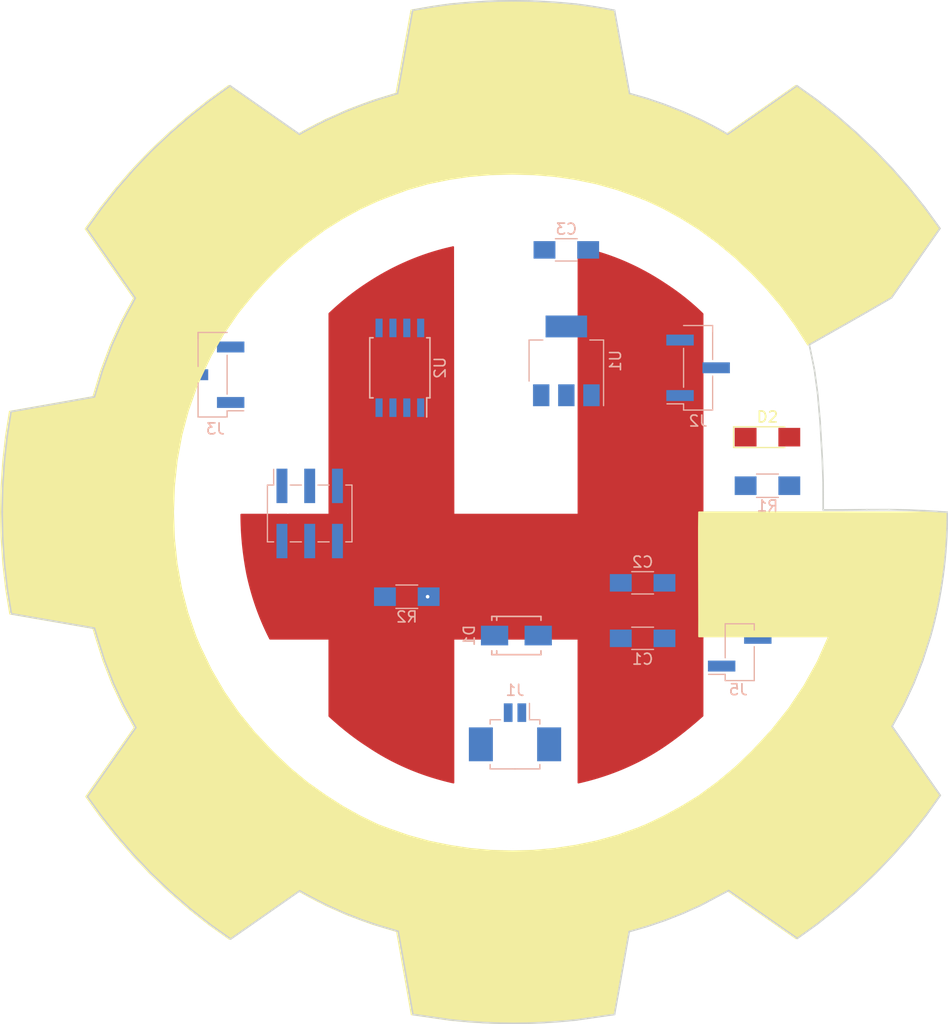
<source format=kicad_pcb>
(kicad_pcb (version 20171130) (host pcbnew 6.0.0-rc1-unknown-eabae68~66~ubuntu16.04.1)

  (general
    (thickness 1.6)
    (drawings 7)
    (tracks 1)
    (zones 0)
    (modules 24)
    (nets 18)
  )

  (page USLetter)
  (title_block
    (title "Project Title")
  )

  (layers
    (0 F.Cu signal)
    (31 B.Cu signal)
    (34 B.Paste user)
    (35 F.Paste user)
    (36 B.SilkS user)
    (37 F.SilkS user)
    (38 B.Mask user)
    (39 F.Mask user)
    (44 Edge.Cuts user)
    (48 B.Fab user)
    (49 F.Fab user hide)
  )

  (setup
    (last_trace_width 0.25)
    (user_trace_width 0.1524)
    (user_trace_width 0.2032)
    (user_trace_width 0.4)
    (user_trace_width 0.5)
    (user_trace_width 0.6096)
    (user_trace_width 0.8)
    (user_trace_width 1)
    (user_trace_width 2)
    (trace_clearance 0.1524)
    (zone_clearance 0.508)
    (zone_45_only yes)
    (trace_min 0.1524)
    (via_size 0.6858)
    (via_drill 0.3302)
    (via_min_size 0.6858)
    (via_min_drill 0.3302)
    (uvia_size 0.762)
    (uvia_drill 0.508)
    (uvias_allowed no)
    (uvia_min_size 0.762)
    (uvia_min_drill 0)
    (edge_width 0.1524)
    (segment_width 0.1524)
    (pcb_text_width 0.1524)
    (pcb_text_size 1.016 1.016)
    (mod_edge_width 0.1524)
    (mod_text_size 1.016 1.016)
    (mod_text_width 0.1524)
    (pad_size 0.9 0.9)
    (pad_drill 0.45)
    (pad_to_mask_clearance 0.0762)
    (solder_mask_min_width 0.1016)
    (pad_to_paste_clearance -0.0762)
    (aux_axis_origin 196.5452 123.5456)
    (visible_elements 7FFFFFFF)
    (pcbplotparams
      (layerselection 0x010f0_80000001)
      (usegerberextensions true)
      (usegerberattributes true)
      (usegerberadvancedattributes false)
      (creategerberjobfile false)
      (excludeedgelayer true)
      (linewidth 0.100000)
      (plotframeref false)
      (viasonmask false)
      (mode 1)
      (useauxorigin false)
      (hpglpennumber 1)
      (hpglpenspeed 20)
      (hpglpendiameter 15.000000)
      (psnegative false)
      (psa4output false)
      (plotreference true)
      (plotvalue true)
      (plotinvisibletext false)
      (padsonsilk false)
      (subtractmaskfromsilk false)
      (outputformat 1)
      (mirror false)
      (drillshape 0)
      (scaleselection 1)
      (outputdirectory "E:/Granabot-Badge/Granabot-Badge-revisado/Hardware/PCBWay/gerbers/"))
  )

  (net 0 "")
  (net 1 VCC)
  (net 2 GND)
  (net 3 +5V)
  (net 4 VBAT)
  (net 5 "Net-(D2-Pad2)")
  (net 6 3-A3)
  (net 7 SCK-2-A1)
  (net 8 MISO-1-PWM)
  (net 9 MOSI-0-PWM)
  (net 10 RESET)
  (net 11 4-A2)
  (net 12 "Net-(LED1-Pad4)")
  (net 13 "Net-(LED2-Pad4)")
  (net 14 "Net-(LED3-Pad4)")
  (net 15 "Net-(LED4-Pad4)")
  (net 16 "Net-(LED5-Pad4)")
  (net 17 "Net-(LED6-Pad4)")

  (net_class Default "This is the default net class."
    (clearance 0.1524)
    (trace_width 0.25)
    (via_dia 0.6858)
    (via_drill 0.3302)
    (uvia_dia 0.762)
    (uvia_drill 0.508)
    (add_net +5V)
    (add_net 3-A3)
    (add_net 4-A2)
    (add_net GND)
    (add_net MISO-1-PWM)
    (add_net MOSI-0-PWM)
    (add_net "Net-(D2-Pad2)")
    (add_net "Net-(LED1-Pad4)")
    (add_net "Net-(LED2-Pad4)")
    (add_net "Net-(LED3-Pad4)")
    (add_net "Net-(LED4-Pad4)")
    (add_net "Net-(LED5-Pad4)")
    (add_net "Net-(LED6-Pad4)")
    (add_net RESET)
    (add_net SCK-2-A1)
    (add_net VBAT)
    (add_net VCC)
  )

  (net_class Power ""
    (clearance 0.1524)
    (trace_width 0.6096)
    (via_dia 0.6858)
    (via_drill 0.3302)
    (uvia_dia 0.762)
    (uvia_drill 0.508)
  )

  (module PCBWay:C_1206_HandSoldering (layer B.Cu) (tedit 58AA84D1) (tstamp 5BD97053)
    (at 146.05 109.855 180)
    (descr "Capacitor SMD 1206, hand soldering")
    (tags "capacitor 1206")
    (path /597E71A3)
    (attr smd)
    (fp_text reference C1 (at 0 -1.905 180) (layer B.SilkS)
      (effects (font (size 1 1) (thickness 0.15)) (justify mirror))
    )
    (fp_text value 4.7uF (at 0 1.905 180) (layer B.Fab)
      (effects (font (size 1 1) (thickness 0.15)) (justify mirror))
    )
    (fp_text user %R (at 0 -1.905 180) (layer B.Fab)
      (effects (font (size 1 1) (thickness 0.15)) (justify mirror))
    )
    (fp_line (start -1.6 -0.8) (end -1.6 0.8) (layer B.Fab) (width 0.1))
    (fp_line (start 1.6 -0.8) (end -1.6 -0.8) (layer B.Fab) (width 0.1))
    (fp_line (start 1.6 0.8) (end 1.6 -0.8) (layer B.Fab) (width 0.1))
    (fp_line (start -1.6 0.8) (end 1.6 0.8) (layer B.Fab) (width 0.1))
    (fp_line (start 1 1.02) (end -1 1.02) (layer B.SilkS) (width 0.12))
    (fp_line (start -1 -1.02) (end 1 -1.02) (layer B.SilkS) (width 0.12))
    (fp_line (start -3.25 1.05) (end 3.25 1.05) (layer B.CrtYd) (width 0.05))
    (fp_line (start -3.25 1.05) (end -3.25 -1.05) (layer B.CrtYd) (width 0.05))
    (fp_line (start 3.25 -1.05) (end 3.25 1.05) (layer B.CrtYd) (width 0.05))
    (fp_line (start 3.25 -1.05) (end -3.25 -1.05) (layer B.CrtYd) (width 0.05))
    (pad 1 smd rect (at -2 0 180) (size 2 1.6) (layers B.Cu B.Paste B.Mask)
      (net 1 VCC))
    (pad 2 smd rect (at 2 0 180) (size 2 1.6) (layers B.Cu B.Paste B.Mask)
      (net 2 GND))
    (model Capacitors_SMD.3dshapes/C_1206.wrl
      (at (xyz 0 0 0))
      (scale (xyz 1 1 1))
      (rotate (xyz 0 0 0))
    )
  )

  (module PCBWay:C_1206_HandSoldering (layer B.Cu) (tedit 58AA84D1) (tstamp 5BD97064)
    (at 146.05 104.775)
    (descr "Capacitor SMD 1206, hand soldering")
    (tags "capacitor 1206")
    (path /5981D4E1)
    (attr smd)
    (fp_text reference C2 (at 0 -1.905) (layer B.SilkS)
      (effects (font (size 1 1) (thickness 0.15)) (justify mirror))
    )
    (fp_text value 4.7uF (at 0 1.905) (layer B.Fab)
      (effects (font (size 1 1) (thickness 0.15)) (justify mirror))
    )
    (fp_line (start 3.25 -1.05) (end -3.25 -1.05) (layer B.CrtYd) (width 0.05))
    (fp_line (start 3.25 -1.05) (end 3.25 1.05) (layer B.CrtYd) (width 0.05))
    (fp_line (start -3.25 1.05) (end -3.25 -1.05) (layer B.CrtYd) (width 0.05))
    (fp_line (start -3.25 1.05) (end 3.25 1.05) (layer B.CrtYd) (width 0.05))
    (fp_line (start -1 -1.02) (end 1 -1.02) (layer B.SilkS) (width 0.12))
    (fp_line (start 1 1.02) (end -1 1.02) (layer B.SilkS) (width 0.12))
    (fp_line (start -1.6 0.8) (end 1.6 0.8) (layer B.Fab) (width 0.1))
    (fp_line (start 1.6 0.8) (end 1.6 -0.8) (layer B.Fab) (width 0.1))
    (fp_line (start 1.6 -0.8) (end -1.6 -0.8) (layer B.Fab) (width 0.1))
    (fp_line (start -1.6 -0.8) (end -1.6 0.8) (layer B.Fab) (width 0.1))
    (fp_text user %R (at 0 -1.905) (layer B.Fab)
      (effects (font (size 1 1) (thickness 0.15)) (justify mirror))
    )
    (pad 2 smd rect (at 2 0) (size 2 1.6) (layers B.Cu B.Paste B.Mask)
      (net 2 GND))
    (pad 1 smd rect (at -2 0) (size 2 1.6) (layers B.Cu B.Paste B.Mask)
      (net 3 +5V))
    (model Capacitors_SMD.3dshapes/C_1206.wrl
      (at (xyz 0 0 0))
      (scale (xyz 1 1 1))
      (rotate (xyz 0 0 0))
    )
  )

  (module PCBWay:C_1206_HandSoldering (layer B.Cu) (tedit 58AA84D1) (tstamp 5BD97075)
    (at 139.065 74.295)
    (descr "Capacitor SMD 1206, hand soldering")
    (tags "capacitor 1206")
    (path /59C7B9C8)
    (attr smd)
    (fp_text reference C3 (at 0 -1.905) (layer B.SilkS)
      (effects (font (size 1 1) (thickness 0.15)) (justify mirror))
    )
    (fp_text value 22nF (at 0 1.905) (layer B.Fab)
      (effects (font (size 1 1) (thickness 0.15)) (justify mirror))
    )
    (fp_text user %R (at 0 -1.905) (layer B.Fab)
      (effects (font (size 1 1) (thickness 0.15)) (justify mirror))
    )
    (fp_line (start -1.6 -0.8) (end -1.6 0.8) (layer B.Fab) (width 0.1))
    (fp_line (start 1.6 -0.8) (end -1.6 -0.8) (layer B.Fab) (width 0.1))
    (fp_line (start 1.6 0.8) (end 1.6 -0.8) (layer B.Fab) (width 0.1))
    (fp_line (start -1.6 0.8) (end 1.6 0.8) (layer B.Fab) (width 0.1))
    (fp_line (start 1 1.02) (end -1 1.02) (layer B.SilkS) (width 0.12))
    (fp_line (start -1 -1.02) (end 1 -1.02) (layer B.SilkS) (width 0.12))
    (fp_line (start -3.25 1.05) (end 3.25 1.05) (layer B.CrtYd) (width 0.05))
    (fp_line (start -3.25 1.05) (end -3.25 -1.05) (layer B.CrtYd) (width 0.05))
    (fp_line (start 3.25 -1.05) (end 3.25 1.05) (layer B.CrtYd) (width 0.05))
    (fp_line (start 3.25 -1.05) (end -3.25 -1.05) (layer B.CrtYd) (width 0.05))
    (pad 1 smd rect (at -2 0) (size 2 1.6) (layers B.Cu B.Paste B.Mask)
      (net 3 +5V))
    (pad 2 smd rect (at 2 0) (size 2 1.6) (layers B.Cu B.Paste B.Mask)
      (net 2 GND))
    (model Capacitors_SMD.3dshapes/C_1206.wrl
      (at (xyz 0 0 0))
      (scale (xyz 1 1 1))
      (rotate (xyz 0 0 0))
    )
  )

  (module PCBWay:H_CapSense (layer F.Cu) (tedit 5BD87767) (tstamp 5BD9707C)
    (at 130.429 98.552)
    (descr "Imported from HG.svg")
    (tags svg2mod)
    (path /5BD9F1DA)
    (attr smd)
    (fp_text reference CAP1 (at 0 -27.566605) (layer F.SilkS) hide
      (effects (font (size 1.524 1.524) (thickness 0.3048)))
    )
    (fp_text value HG_CAPSENSE (at 0 27.566605) (layer F.SilkS) hide
      (effects (font (size 1.524 1.524) (thickness 0.3048)))
    )
    (fp_poly (pts (xy 21.112819 11.346745) (xy 21.112819 11.567035) (xy 21.112819 11.787335) (xy 21.112819 12.007625)
      (xy 21.112819 12.227915) (xy 21.112819 12.448205) (xy 21.112819 12.668505) (xy 21.112819 12.888795)
      (xy 21.112819 13.109085) (xy 21.112819 13.329385) (xy 21.112819 13.549675) (xy 21.112819 13.769965)
      (xy 21.112819 13.990255) (xy 21.112819 14.210555) (xy 21.112819 14.430845) (xy 21.112819 14.651135)
      (xy 21.112819 14.871435) (xy 21.112819 15.091725) (xy 21.112819 15.312015) (xy 21.112819 15.532305)
      (xy 21.112819 15.752605) (xy 21.112819 15.972895) (xy 21.112819 16.193185) (xy 21.112819 16.413475)
      (xy 21.112819 16.633775) (xy 21.112819 16.854065) (xy 21.112819 17.074355) (xy 21.112819 17.294655)
      (xy 21.112819 17.514945) (xy 21.112819 17.735235) (xy 21.112819 17.955525) (xy 21.112819 18.175825)
      (xy 21.112819 18.396115) (xy 21.000605 18.495715) (xy 20.888608 18.594415) (xy 20.776828 18.692315)
      (xy 20.665266 18.789315) (xy 20.553922 18.885415) (xy 20.442795 18.980615) (xy 20.331886 19.074915)
      (xy 20.221195 19.168415) (xy 20.110723 19.261015) (xy 20.000468 19.352715) (xy 19.890431 19.443515)
      (xy 19.780613 19.533515) (xy 19.671014 19.622615) (xy 19.561632 19.710815) (xy 19.45247 19.798115)
      (xy 19.343526 19.884615) (xy 19.234802 19.970215) (xy 19.126296 20.054915) (xy 19.018009 20.138715)
      (xy 18.909941 20.221615) (xy 18.802093 20.303715) (xy 18.694464 20.384915) (xy 18.587055 20.465215)
      (xy 18.479865 20.544615) (xy 18.372895 20.623115) (xy 18.266144 20.700815) (xy 18.159614 20.777615)
      (xy 18.053304 20.853515) (xy 17.947213 20.928515) (xy 17.841343 21.002615) (xy 17.735693 21.075915)
      (xy 17.630264 21.148315) (xy 17.409982 21.296125) (xy 17.188002 21.441205) (xy 16.964323 21.583535)
      (xy 16.738946 21.723125) (xy 16.51187 21.859965) (xy 16.283095 21.994075) (xy 16.052622 22.125435)
      (xy 15.820449 22.254065) (xy 15.586577 22.379945) (xy 15.351007 22.503085) (xy 15.113736 22.623475)
      (xy 14.874767 22.741135) (xy 14.634098 22.856055) (xy 14.391729 22.968225) (xy 14.14766 23.077655)
      (xy 13.901892 23.184345) (xy 13.654424 23.288295) (xy 13.405256 23.389505) (xy 13.154388 23.488005)
      (xy 12.901819 23.583705) (xy 12.64755 23.676705) (xy 12.391581 23.766905) (xy 12.133911 23.854405)
      (xy 11.874541 23.939205) (xy 11.61347 24.021205) (xy 11.350697 24.100505) (xy 11.086225 24.177005)
      (xy 10.820051 24.250805) (xy 10.552175 24.321905) (xy 10.282599 24.390205) (xy 10.011321 24.455805)
      (xy 9.738342 24.518605) (xy 9.738342 24.106965) (xy 9.738342 23.695325) (xy 9.738342 23.283685)
      (xy 9.738342 22.872045) (xy 9.738342 22.460405) (xy 9.738342 22.048765) (xy 9.738342 21.637125)
      (xy 9.738342 21.225485) (xy 9.738342 20.813835) (xy 9.738342 20.402195) (xy 9.738342 19.990555)
      (xy 9.738342 19.578915) (xy 9.738342 19.167275) (xy 9.738342 18.755635) (xy 9.738342 18.343995)
      (xy 9.738342 17.932355) (xy 9.738342 17.520715) (xy 9.738342 17.109075) (xy 9.738342 16.697435)
      (xy 9.738342 16.285795) (xy 9.738342 15.874155) (xy 9.738342 15.462515) (xy 9.738342 15.050875)
      (xy 9.738342 14.639235) (xy 9.738342 14.227585) (xy 9.738342 13.815945) (xy 9.738342 13.404305)
      (xy 9.738342 12.992665) (xy 9.738342 12.581025) (xy 9.738342 12.169385) (xy 9.738342 11.757745)
      (xy 9.738342 11.346105) (xy 9.381134 11.346105) (xy 9.023926 11.346105) (xy 8.666718 11.346105)
      (xy 8.309511 11.346105) (xy 7.952303 11.346105) (xy 7.595095 11.346105) (xy 7.237887 11.346105)
      (xy 6.880679 11.346105) (xy 6.523471 11.346105) (xy 6.166264 11.346105) (xy 5.809056 11.346105)
      (xy 5.451848 11.346105) (xy 5.09464 11.346105) (xy 4.737432 11.346105) (xy 4.380224 11.346105)
      (xy 4.023016 11.346105) (xy 3.665809 11.346105) (xy 3.308601 11.346105) (xy 2.951393 11.346105)
      (xy 2.594185 11.346105) (xy 2.236977 11.346105) (xy 1.879769 11.346105) (xy 1.522562 11.346105)
      (xy 1.165354 11.346105) (xy 0.808146 11.346105) (xy 0.450938 11.346105) (xy 0.09373 11.346105)
      (xy -0.263478 11.346105) (xy -0.620685 11.346105) (xy -0.977893 11.346105) (xy -1.335101 11.346105)
      (xy -1.692309 11.346105) (xy -1.692309 11.757725) (xy -1.692309 12.169355) (xy -1.692309 12.580975)
      (xy -1.692309 12.992595) (xy -1.692309 13.404215) (xy -1.692309 13.815845) (xy -1.692309 14.227465)
      (xy -1.692309 14.639085) (xy -1.692309 15.050715) (xy -1.692309 15.462335) (xy -1.692309 15.873955)
      (xy -1.692309 16.285575) (xy -1.692309 16.697205) (xy -1.692309 17.108825) (xy -1.692309 17.520445)
      (xy -1.692309 17.932075) (xy -1.692309 18.343695) (xy -1.692309 18.755315) (xy -1.692309 19.166935)
      (xy -1.692309 19.578565) (xy -1.692309 19.990185) (xy -1.692309 20.401805) (xy -1.692309 20.813425)
      (xy -1.692309 21.225055) (xy -1.692309 21.636675) (xy -1.692309 22.048295) (xy -1.692309 22.459925)
      (xy -1.692309 22.871545) (xy -1.692309 23.283165) (xy -1.692309 23.694785) (xy -1.692309 24.106415)
      (xy -1.692309 24.518035) (xy -1.965288 24.455235) (xy -2.236566 24.389635) (xy -2.506142 24.321335)
      (xy -2.774017 24.250235) (xy -3.040191 24.176435) (xy -3.304664 24.099935) (xy -3.567436 24.020635)
      (xy -3.828508 23.938635) (xy -4.087878 23.853835) (xy -4.345548 23.766335) (xy -4.601517 23.676135)
      (xy -4.855786 23.583135) (xy -5.108354 23.487435) (xy -5.359223 23.388935) (xy -5.608391 23.287725)
      (xy -5.855859 23.183785) (xy -6.101627 23.077085) (xy -6.345696 22.967655) (xy -6.588064 22.855485)
      (xy -6.828733 22.740575) (xy -7.067703 22.622915) (xy -7.304973 22.502515) (xy -7.540544 22.379375)
      (xy -7.774416 22.253495) (xy -8.006588 22.124875) (xy -8.237062 21.993505) (xy -8.465837 21.859405)
      (xy -8.692913 21.722555) (xy -8.91829 21.582965) (xy -9.141969 21.440635) (xy -9.363949 21.295555)
      (xy -9.584231 21.147745) (xy -9.691344 21.078745) (xy -9.798569 21.008745) (xy -9.905905 20.937645)
      (xy -10.013353 20.865545) (xy -10.120913 20.792445) (xy -10.228583 20.718245) (xy -10.336366 20.643045)
      (xy -10.444259 20.566745) (xy -10.552263 20.489445) (xy -10.660379 20.411045) (xy -10.768605 20.331645)
      (xy -10.876942 20.251245) (xy -10.98539 20.169745) (xy -11.093948 20.087245) (xy -11.202617 20.003645)
      (xy -11.311396 19.919045) (xy -11.420286 19.833345) (xy -11.529285 19.746645) (xy -11.638395 19.658945)
      (xy -11.747615 19.570145) (xy -11.856944 19.480345) (xy -11.966383 19.389445) (xy -12.075932 19.297545)
      (xy -12.18559 19.204645) (xy -12.295358 19.110645) (xy -12.405235 19.015645) (xy -12.515222 18.919545)
      (xy -12.625317 18.822445) (xy -12.735521 18.724245) (xy -12.845835 18.625045) (xy -12.956257 18.524815)
      (xy -13.066788 18.423545) (xy -13.066788 18.202375) (xy -13.066788 17.981205) (xy -13.066788 17.760035)
      (xy -13.066788 17.538865) (xy -13.066788 17.317695) (xy -13.066788 17.096525) (xy -13.066788 16.875355)
      (xy -13.066788 16.654185) (xy -13.066788 16.433015) (xy -13.066788 16.211845) (xy -13.066788 15.990675)
      (xy -13.066788 15.769505) (xy -13.066788 15.548335) (xy -13.066788 15.327165) (xy -13.066788 15.105995)
      (xy -13.066788 14.884815) (xy -13.066788 14.663645) (xy -13.066788 14.442475) (xy -13.066788 14.221305)
      (xy -13.066788 14.000135) (xy -13.066788 13.778965) (xy -13.066788 13.557795) (xy -13.066788 13.336625)
      (xy -13.066788 13.115455) (xy -13.066788 12.894285) (xy -13.066788 12.673115) (xy -13.066788 12.451945)
      (xy -13.066788 12.230775) (xy -13.066788 12.009605) (xy -13.066788 11.788435) (xy -13.066788 11.567265)
      (xy -13.066788 11.346095) (xy -13.236176 11.346095) (xy -13.405565 11.346095) (xy -13.574953 11.346095)
      (xy -13.744342 11.346095) (xy -13.91373 11.346095) (xy -14.083119 11.346095) (xy -14.252507 11.346095)
      (xy -14.421896 11.346095) (xy -14.591284 11.346095) (xy -14.760672 11.346095) (xy -14.930061 11.346095)
      (xy -15.099449 11.346095) (xy -15.268838 11.346095) (xy -15.438226 11.346095) (xy -15.607615 11.346095)
      (xy -15.777003 11.346095) (xy -15.946391 11.346095) (xy -16.11578 11.346095) (xy -16.285168 11.346095)
      (xy -16.454557 11.346095) (xy -16.623945 11.346095) (xy -16.793334 11.346095) (xy -16.962722 11.346095)
      (xy -17.132111 11.346095) (xy -17.301499 11.346095) (xy -17.470887 11.346095) (xy -17.640276 11.346095)
      (xy -17.809664 11.346095) (xy -17.979053 11.346095) (xy -18.148441 11.346095) (xy -18.31783 11.346095)
      (xy -18.487218 11.346095) (xy -18.575998 11.171935) (xy -18.663298 10.997005) (xy -18.749118 10.821315)
      (xy -18.833458 10.644855) (xy -18.916318 10.467625) (xy -18.997698 10.289635) (xy -19.077588 10.110865)
      (xy -19.155998 9.931335) (xy -19.232928 9.751045) (xy -19.308378 9.569975) (xy -19.382348 9.388145)
      (xy -19.454838 9.205535) (xy -19.525848 9.022165) (xy -19.595378 8.838035) (xy -19.663428 8.653125)
      (xy -19.729998 8.467445) (xy -19.795078 8.281005) (xy -19.858678 8.093795) (xy -19.920798 7.905815)
      (xy -19.981438 7.717065) (xy -20.040598 7.527545) (xy -20.098278 7.337255) (xy -20.154478 7.146195)
      (xy -20.209198 6.954375) (xy -20.262428 6.761775) (xy -20.314178 6.568415) (xy -20.364448 6.374275)
      (xy -20.413238 6.179375) (xy -20.460548 5.983695) (xy -20.506378 5.787255) (xy -20.550728 5.590035)
      (xy -20.593598 5.392055) (xy -20.626408 5.220105) (xy -20.658178 5.048315) (xy -20.688908 4.876695)
      (xy -20.718598 4.705245) (xy -20.747248 4.533955) (xy -20.774858 4.362835) (xy -20.801428 4.191885)
      (xy -20.826958 4.021095) (xy -20.851448 3.850475) (xy -20.874898 3.680025) (xy -20.897308 3.509735)
      (xy -20.918678 3.339615) (xy -20.938998 3.169655) (xy -20.958278 2.999865) (xy -20.976518 2.830245)
      (xy -20.993718 2.660775) (xy -21.009878 2.491485) (xy -21.024998 2.322345) (xy -21.039078 2.153375)
      (xy -21.052108 1.984575) (xy -21.064098 1.815935) (xy -21.075048 1.647455) (xy -21.084948 1.479135)
      (xy -21.093848 1.310985) (xy -21.101648 1.142995) (xy -21.108448 0.975175) (xy -21.114148 0.807505)
      (xy -21.118848 0.640005) (xy -21.122548 0.472665) (xy -21.125148 0.305485) (xy -21.126748 0.138475)
      (xy -21.12727 -0.028385) (xy -20.995621 -0.028385) (xy -20.863972 -0.028385) (xy -20.732323 -0.028385)
      (xy -20.600674 -0.028385) (xy -20.469025 -0.028385) (xy -20.337376 -0.028385) (xy -20.205727 -0.028385)
      (xy -20.074078 -0.028385) (xy -19.942429 -0.028385) (xy -19.81078 -0.028385) (xy -19.679131 -0.028385)
      (xy -19.547482 -0.028385) (xy -19.415833 -0.028385) (xy -19.284184 -0.028385) (xy -19.152535 -0.028385)
      (xy -19.020886 -0.028385) (xy -18.889236 -0.028385) (xy -18.757587 -0.028385) (xy -18.625938 -0.028385)
      (xy -18.494289 -0.028385) (xy -18.36264 -0.028385) (xy -18.230991 -0.028385) (xy -18.099342 -0.028385)
      (xy -17.967693 -0.028385) (xy -17.836044 -0.028385) (xy -17.704395 -0.028385) (xy -17.572746 -0.028385)
      (xy -17.441097 -0.028385) (xy -17.309448 -0.028385) (xy -17.177799 -0.028385) (xy -17.04615 -0.028385)
      (xy -16.914501 -0.028385) (xy -16.912701 -0.025385) (xy -16.910901 -0.022385) (xy -16.909101 -0.019385)
      (xy -16.907301 -0.016385) (xy -16.905501 -0.013385) (xy -16.903701 -0.010385) (xy -16.901901 -0.007385)
      (xy -16.900101 -0.004385) (xy -16.898301 -0.001385) (xy -16.896501 0.001615) (xy -16.894701 0.004615)
      (xy -16.892901 0.007615) (xy -16.891101 0.010615) (xy -16.889301 0.013615) (xy -16.887501 0.016615)
      (xy -16.885701 0.019615) (xy -16.883901 0.022615) (xy -16.882101 0.025615) (xy -16.880301 0.028615)
      (xy -16.878501 0.031615) (xy -16.876701 0.034615) (xy -16.874901 0.037615) (xy -16.873101 0.040615)
      (xy -16.871301 0.043615) (xy -16.869501 0.046615) (xy -16.867701 0.049615) (xy -16.865901 0.052615)
      (xy -16.864101 0.055615) (xy -16.862301 0.058615) (xy -16.860501 0.061615) (xy -16.858701 0.064615)
      (xy -16.856901 0.067615) (xy -16.855101 0.064615) (xy -16.853301 0.061615) (xy -16.851501 0.058615)
      (xy -16.849701 0.055615) (xy -16.847901 0.052615) (xy -16.846101 0.049615) (xy -16.844301 0.046615)
      (xy -16.842501 0.043615) (xy -16.840701 0.040615) (xy -16.838901 0.037615) (xy -16.837101 0.034615)
      (xy -16.835301 0.031615) (xy -16.833501 0.028615) (xy -16.831701 0.025615) (xy -16.829901 0.022615)
      (xy -16.828101 0.019615) (xy -16.826301 0.016615) (xy -16.824501 0.013615) (xy -16.822701 0.010615)
      (xy -16.820901 0.007615) (xy -16.819101 0.004615) (xy -16.817301 0.001615) (xy -16.815501 -0.001385)
      (xy -16.813701 -0.004385) (xy -16.811901 -0.007385) (xy -16.810101 -0.010385) (xy -16.808301 -0.013385)
      (xy -16.806501 -0.016385) (xy -16.804701 -0.019385) (xy -16.802901 -0.022385) (xy -16.801101 -0.025385)
      (xy -16.799301 -0.028385) (xy -16.682572 -0.028385) (xy -16.565843 -0.028385) (xy -16.449115 -0.028385)
      (xy -16.332386 -0.028385) (xy -16.215657 -0.028385) (xy -16.098928 -0.028385) (xy -15.982199 -0.028385)
      (xy -15.865471 -0.028385) (xy -15.748742 -0.028385) (xy -15.632013 -0.028385) (xy -15.515284 -0.028385)
      (xy -15.398555 -0.028385) (xy -15.281826 -0.028385) (xy -15.165098 -0.028385) (xy -15.048369 -0.028385)
      (xy -14.93164 -0.028385) (xy -14.814911 -0.028385) (xy -14.698182 -0.028385) (xy -14.581454 -0.028385)
      (xy -14.464725 -0.028385) (xy -14.347996 -0.028385) (xy -14.231267 -0.028385) (xy -14.114538 -0.028385)
      (xy -13.99781 -0.028385) (xy -13.881081 -0.028385) (xy -13.764352 -0.028385) (xy -13.647623 -0.028385)
      (xy -13.530894 -0.028385) (xy -13.414165 -0.028385) (xy -13.297437 -0.028385) (xy -13.180708 -0.028385)
      (xy -13.063979 -0.028385) (xy -13.063979 -0.603255) (xy -13.063979 -1.178115) (xy -13.063979 -1.752985)
      (xy -13.063979 -2.327855) (xy -13.063979 -2.902725) (xy -13.063979 -3.477585) (xy -13.063979 -4.052455)
      (xy -13.063979 -4.627325) (xy -13.063979 -5.202185) (xy -13.063979 -5.777055) (xy -13.063979 -6.351925)
      (xy -13.063979 -6.926795) (xy -13.063979 -7.501655) (xy -13.063979 -8.076525) (xy -13.063979 -8.651395)
      (xy -13.063979 -9.226265) (xy -13.063979 -9.801125) (xy -13.063979 -10.375995) (xy -13.063979 -10.950865)
      (xy -13.063979 -11.525725) (xy -13.063979 -12.100595) (xy -13.063979 -12.675465) (xy -13.063979 -13.250335)
      (xy -13.063979 -13.825195) (xy -13.063979 -14.400065) (xy -13.063979 -14.974935) (xy -13.063979 -15.549795)
      (xy -13.063979 -16.124665) (xy -13.063979 -16.699535) (xy -13.063979 -17.274405) (xy -13.063979 -17.849265)
      (xy -13.063979 -18.424135) (xy -12.960289 -18.522035) (xy -12.856381 -18.619135) (xy -12.752256 -18.715335)
      (xy -12.647914 -18.810735) (xy -12.543354 -18.905335) (xy -12.438576 -18.999135) (xy -12.33358 -19.092135)
      (xy -12.228367 -19.184235) (xy -12.122935 -19.275535) (xy -12.017285 -19.366035) (xy -11.911417 -19.455735)
      (xy -11.805331 -19.544535) (xy -11.699026 -19.632535) (xy -11.592503 -19.719735) (xy -11.485761 -19.806135)
      (xy -11.3788 -19.891635) (xy -11.27162 -19.976335) (xy -11.164222 -20.060235) (xy -11.056604 -20.143335)
      (xy -10.948767 -20.225635) (xy -10.840711 -20.307035) (xy -10.732435 -20.387635) (xy -10.62394 -20.467435)
      (xy -10.515226 -20.546435) (xy -10.406292 -20.624535) (xy -10.297138 -20.701835) (xy -10.187764 -20.778335)
      (xy -10.07817 -20.854035) (xy -9.968356 -20.928935) (xy -9.858321 -21.002935) (xy -9.748067 -21.076135)
      (xy -9.637592 -21.148535) (xy -9.407079 -21.299765) (xy -9.175471 -21.448035) (xy -8.942766 -21.593345)
      (xy -8.708966 -21.735685) (xy -8.47407 -21.875075) (xy -8.238077 -22.011495) (xy -8.000989 -22.144955)
      (xy -7.762804 -22.275445) (xy -7.523524 -22.402985) (xy -7.283148 -22.527555) (xy -7.041675 -22.649165)
      (xy -6.799107 -22.767815) (xy -6.555443 -22.883505) (xy -6.310682 -22.996225) (xy -6.064826 -23.105985)
      (xy -5.817874 -23.212785) (xy -5.569826 -23.316625) (xy -5.320681 -23.417505) (xy -5.070441 -23.515405)
      (xy -4.819105 -23.610305) (xy -4.566673 -23.702305) (xy -4.313145 -23.791305) (xy -4.058521 -23.877405)
      (xy -3.802801 -23.960505) (xy -3.545985 -24.040605) (xy -3.288073 -24.117805) (xy -3.029065 -24.192005)
      (xy -2.768961 -24.263205) (xy -2.507761 -24.331505) (xy -2.245465 -24.396805) (xy -1.982073 -24.459205)
      (xy -1.717585 -24.518605) (xy -1.716707 -23.753285) (xy -1.715829 -22.987965) (xy -1.714952 -22.222645)
      (xy -1.714074 -21.457325) (xy -1.713196 -20.692005) (xy -1.712318 -19.926685) (xy -1.71144 -19.161365)
      (xy -1.710563 -18.396045) (xy -1.709685 -17.630735) (xy -1.708807 -16.865415) (xy -1.707929 -16.100095)
      (xy -1.707051 -15.334775) (xy -1.706173 -14.569455) (xy -1.705296 -13.804135) (xy -1.704418 -13.038815)
      (xy -1.70354 -12.273495) (xy -1.702662 -11.508175) (xy -1.701784 -10.742855) (xy -1.700907 -9.977535)
      (xy -1.700029 -9.212215) (xy -1.699151 -8.446895) (xy -1.698273 -7.681575) (xy -1.697395 -6.916255)
      (xy -1.696518 -6.150935) (xy -1.69564 -5.385625) (xy -1.694762 -4.620305) (xy -1.693884 -3.854985)
      (xy -1.693006 -3.089665) (xy -1.692128 -2.324345) (xy -1.691251 -1.559025) (xy -1.690373 -0.793705)
      (xy -1.689495 -0.028385) (xy -1.332287 -0.028385) (xy -0.975079 -0.028385) (xy -0.617872 -0.028385)
      (xy -0.260664 -0.028385) (xy 0.096544 -0.028385) (xy 0.453752 -0.028385) (xy 0.810959 -0.028385)
      (xy 1.168167 -0.028385) (xy 1.525375 -0.028385) (xy 1.882583 -0.028385) (xy 2.239791 -0.028385)
      (xy 2.596998 -0.028385) (xy 2.954206 -0.028385) (xy 3.311414 -0.028385) (xy 3.668622 -0.028385)
      (xy 4.025829 -0.028385) (xy 4.383037 -0.028385) (xy 4.740245 -0.028385) (xy 5.097453 -0.028385)
      (xy 5.454661 -0.028385) (xy 5.811868 -0.028385) (xy 6.169076 -0.028385) (xy 6.526284 -0.028385)
      (xy 6.883492 -0.028385) (xy 7.2407 -0.028385) (xy 7.597907 -0.028385) (xy 7.955115 -0.028385)
      (xy 8.312323 -0.028385) (xy 8.669531 -0.028385) (xy 9.026738 -0.028385) (xy 9.383946 -0.028385)
      (xy 9.741154 -0.028385) (xy 9.741154 -0.792825) (xy 9.741154 -1.557265) (xy 9.741154 -2.321715)
      (xy 9.741154 -3.086155) (xy 9.741154 -3.850595) (xy 9.741154 -4.615035) (xy 9.741154 -5.379475)
      (xy 9.741154 -6.143915) (xy 9.741154 -6.908365) (xy 9.741154 -7.672805) (xy 9.741154 -8.437245)
      (xy 9.741154 -9.201685) (xy 9.741154 -9.966125) (xy 9.741154 -10.730575) (xy 9.741154 -11.495015)
      (xy 9.741154 -12.259455) (xy 9.741154 -13.023895) (xy 9.741154 -13.788335) (xy 9.741154 -14.552785)
      (xy 9.741154 -15.317225) (xy 9.741154 -16.081665) (xy 9.741154 -16.846105) (xy 9.741154 -17.610545)
      (xy 9.741154 -18.374995) (xy 9.741154 -19.139435) (xy 9.741154 -19.903875) (xy 9.741154 -20.668315)
      (xy 9.741154 -21.432755) (xy 9.741154 -22.197195) (xy 9.741154 -22.961645) (xy 9.741154 -23.726085)
      (xy 9.741154 -24.490525) (xy 10.003958 -24.434525) (xy 10.265775 -24.375425) (xy 10.526605 -24.313225)
      (xy 10.786447 -24.247925) (xy 11.045302 -24.179425) (xy 11.303169 -24.107825) (xy 11.560049 -24.033125)
      (xy 11.815942 -23.955225) (xy 12.070847 -23.874225) (xy 12.324765 -23.790125) (xy 12.577696 -23.702925)
      (xy 12.829639 -23.612525) (xy 13.080595 -23.519025) (xy 13.330564 -23.422425) (xy 13.579545 -23.322625)
      (xy 13.827539 -23.219745) (xy 14.074546 -23.113725) (xy 14.320565 -23.004585) (xy 14.565597 -22.892325)
      (xy 14.809641 -22.776935) (xy 15.052698 -22.658415) (xy 15.294768 -22.536765) (xy 15.535851 -22.411995)
      (xy 15.775946 -22.284105) (xy 16.015053 -22.153085) (xy 16.253174 -22.018935) (xy 16.490307 -21.881665)
      (xy 16.726452 -21.741275) (xy 16.96161 -21.597755) (xy 17.195781 -21.451115) (xy 17.428965 -21.301345)
      (xy 17.661161 -21.148455) (xy 17.780183 -21.070955) (xy 17.898491 -20.992955) (xy 18.016085 -20.914355)
      (xy 18.132964 -20.835255) (xy 18.24913 -20.755555) (xy 18.364581 -20.675355) (xy 18.479318 -20.594555)
      (xy 18.593341 -20.513255) (xy 18.706649 -20.431355) (xy 18.819244 -20.348955) (xy 18.931124 -20.265955)
      (xy 19.04229 -20.182455) (xy 19.152742 -20.098355) (xy 19.26248 -20.013755) (xy 19.371503 -19.928555)
      (xy 19.479812 -19.842855) (xy 19.587407 -19.756555) (xy 19.694288 -19.669755) (xy 19.800455 -19.582355)
      (xy 19.905908 -19.494455) (xy 20.010646 -19.405955) (xy 20.11467 -19.316955) (xy 20.21798 -19.227355)
      (xy 20.320576 -19.137255) (xy 20.422457 -19.046555) (xy 20.523625 -18.955355) (xy 20.624078 -18.863555)
      (xy 20.723818 -18.771255) (xy 20.822838 -18.678355) (xy 20.921148 -18.584955) (xy 21.018748 -18.490955)
      (xy 21.115628 -18.396455) (xy 21.115628 -17.822465) (xy 21.115628 -17.248475) (xy 21.115628 -16.674485)
      (xy 21.115628 -16.100495) (xy 21.115628 -15.526505) (xy 21.115628 -14.952515) (xy 21.115628 -14.378525)
      (xy 21.115628 -13.804535) (xy 21.115628 -13.230555) (xy 21.115628 -12.656565) (xy 21.115628 -12.082575)
      (xy 21.115628 -11.508585) (xy 21.115628 -10.934595) (xy 21.115628 -10.360605) (xy 21.115628 -9.786615)
      (xy 21.115628 -9.212625) (xy 21.115628 -8.638635) (xy 21.115628 -8.064645) (xy 21.115628 -7.490655)
      (xy 21.115628 -6.916665) (xy 21.115628 -6.342675) (xy 21.115628 -5.768685) (xy 21.115628 -5.194695)
      (xy 21.115628 -4.620705) (xy 21.115628 -4.046725) (xy 21.115628 -3.472735) (xy 21.115628 -2.898745)
      (xy 21.115628 -2.324755) (xy 21.115628 -1.750765) (xy 21.115628 -1.176775) (xy 21.115628 -0.602785)
      (xy 21.115628 -0.028795) (xy 21.108628 0.308035) (xy 21.102828 0.659105) (xy 21.098128 1.023105)
      (xy 21.094428 1.398735) (xy 21.091728 1.784695) (xy 21.089928 2.179675) (xy 21.088928 2.582375)
      (xy 21.088626 2.991495) (xy 21.08899 3.405725) (xy 21.089945 3.823765) (xy 21.091445 4.244315)
      (xy 21.093345 4.666065) (xy 21.095645 5.087705) (xy 21.098245 5.507955) (xy 21.101045 5.925485)
      (xy 21.104045 6.339015) (xy 21.107145 6.747225) (xy 21.110245 7.148815) (xy 21.113345 7.542485)
      (xy 21.116245 7.926935) (xy 21.118945 8.300845) (xy 21.121445 8.662935) (xy 21.123545 9.011885)
      (xy 21.125245 9.346395) (xy 21.126445 9.665155) (xy 21.127123 9.966885) (xy 21.127174 10.250255)
      (xy 21.126526 10.513975) (xy 21.125126 10.756735) (xy 21.122826 10.977245) (xy 21.119626 11.174185)
      (xy 21.115426 11.346255) (xy 21.112819 11.346745)) (layer F.Mask) (width 0.148617))
    (fp_poly (pts (xy 21.112819 11.346745) (xy 21.112819 11.567035) (xy 21.112819 11.787335) (xy 21.112819 12.007625)
      (xy 21.112819 12.227915) (xy 21.112819 12.448205) (xy 21.112819 12.668505) (xy 21.112819 12.888795)
      (xy 21.112819 13.109085) (xy 21.112819 13.329385) (xy 21.112819 13.549675) (xy 21.112819 13.769965)
      (xy 21.112819 13.990255) (xy 21.112819 14.210555) (xy 21.112819 14.430845) (xy 21.112819 14.651135)
      (xy 21.112819 14.871435) (xy 21.112819 15.091725) (xy 21.112819 15.312015) (xy 21.112819 15.532305)
      (xy 21.112819 15.752605) (xy 21.112819 15.972895) (xy 21.112819 16.193185) (xy 21.112819 16.413475)
      (xy 21.112819 16.633775) (xy 21.112819 16.854065) (xy 21.112819 17.074355) (xy 21.112819 17.294655)
      (xy 21.112819 17.514945) (xy 21.112819 17.735235) (xy 21.112819 17.955525) (xy 21.112819 18.175825)
      (xy 21.112819 18.396115) (xy 21.000605 18.495715) (xy 20.888608 18.594415) (xy 20.776828 18.692315)
      (xy 20.665266 18.789315) (xy 20.553922 18.885415) (xy 20.442795 18.980615) (xy 20.331886 19.074915)
      (xy 20.221195 19.168415) (xy 20.110723 19.261015) (xy 20.000468 19.352715) (xy 19.890431 19.443515)
      (xy 19.780613 19.533515) (xy 19.671014 19.622615) (xy 19.561632 19.710815) (xy 19.45247 19.798115)
      (xy 19.343526 19.884615) (xy 19.234802 19.970215) (xy 19.126296 20.054915) (xy 19.018009 20.138715)
      (xy 18.909941 20.221615) (xy 18.802093 20.303715) (xy 18.694464 20.384915) (xy 18.587055 20.465215)
      (xy 18.479865 20.544615) (xy 18.372895 20.623115) (xy 18.266144 20.700815) (xy 18.159614 20.777615)
      (xy 18.053304 20.853515) (xy 17.947213 20.928515) (xy 17.841343 21.002615) (xy 17.735693 21.075915)
      (xy 17.630264 21.148315) (xy 17.409982 21.296125) (xy 17.188002 21.441205) (xy 16.964323 21.583535)
      (xy 16.738946 21.723125) (xy 16.51187 21.859965) (xy 16.283095 21.994075) (xy 16.052622 22.125435)
      (xy 15.820449 22.254065) (xy 15.586577 22.379945) (xy 15.351007 22.503085) (xy 15.113736 22.623475)
      (xy 14.874767 22.741135) (xy 14.634098 22.856055) (xy 14.391729 22.968225) (xy 14.14766 23.077655)
      (xy 13.901892 23.184345) (xy 13.654424 23.288295) (xy 13.405256 23.389505) (xy 13.154388 23.488005)
      (xy 12.901819 23.583705) (xy 12.64755 23.676705) (xy 12.391581 23.766905) (xy 12.133911 23.854405)
      (xy 11.874541 23.939205) (xy 11.61347 24.021205) (xy 11.350697 24.100505) (xy 11.086225 24.177005)
      (xy 10.820051 24.250805) (xy 10.552175 24.321905) (xy 10.282599 24.390205) (xy 10.011321 24.455805)
      (xy 9.738342 24.518605) (xy 9.738342 24.106965) (xy 9.738342 23.695325) (xy 9.738342 23.283685)
      (xy 9.738342 22.872045) (xy 9.738342 22.460405) (xy 9.738342 22.048765) (xy 9.738342 21.637125)
      (xy 9.738342 21.225485) (xy 9.738342 20.813835) (xy 9.738342 20.402195) (xy 9.738342 19.990555)
      (xy 9.738342 19.578915) (xy 9.738342 19.167275) (xy 9.738342 18.755635) (xy 9.738342 18.343995)
      (xy 9.738342 17.932355) (xy 9.738342 17.520715) (xy 9.738342 17.109075) (xy 9.738342 16.697435)
      (xy 9.738342 16.285795) (xy 9.738342 15.874155) (xy 9.738342 15.462515) (xy 9.738342 15.050875)
      (xy 9.738342 14.639235) (xy 9.738342 14.227585) (xy 9.738342 13.815945) (xy 9.738342 13.404305)
      (xy 9.738342 12.992665) (xy 9.738342 12.581025) (xy 9.738342 12.169385) (xy 9.738342 11.757745)
      (xy 9.738342 11.346105) (xy 9.381134 11.346105) (xy 9.023926 11.346105) (xy 8.666718 11.346105)
      (xy 8.309511 11.346105) (xy 7.952303 11.346105) (xy 7.595095 11.346105) (xy 7.237887 11.346105)
      (xy 6.880679 11.346105) (xy 6.523471 11.346105) (xy 6.166264 11.346105) (xy 5.809056 11.346105)
      (xy 5.451848 11.346105) (xy 5.09464 11.346105) (xy 4.737432 11.346105) (xy 4.380224 11.346105)
      (xy 4.023016 11.346105) (xy 3.665809 11.346105) (xy 3.308601 11.346105) (xy 2.951393 11.346105)
      (xy 2.594185 11.346105) (xy 2.236977 11.346105) (xy 1.879769 11.346105) (xy 1.522562 11.346105)
      (xy 1.165354 11.346105) (xy 0.808146 11.346105) (xy 0.450938 11.346105) (xy 0.09373 11.346105)
      (xy -0.263478 11.346105) (xy -0.620685 11.346105) (xy -0.977893 11.346105) (xy -1.335101 11.346105)
      (xy -1.692309 11.346105) (xy -1.692309 11.757725) (xy -1.692309 12.169355) (xy -1.692309 12.580975)
      (xy -1.692309 12.992595) (xy -1.692309 13.404215) (xy -1.692309 13.815845) (xy -1.692309 14.227465)
      (xy -1.692309 14.639085) (xy -1.692309 15.050715) (xy -1.692309 15.462335) (xy -1.692309 15.873955)
      (xy -1.692309 16.285575) (xy -1.692309 16.697205) (xy -1.692309 17.108825) (xy -1.692309 17.520445)
      (xy -1.692309 17.932075) (xy -1.692309 18.343695) (xy -1.692309 18.755315) (xy -1.692309 19.166935)
      (xy -1.692309 19.578565) (xy -1.692309 19.990185) (xy -1.692309 20.401805) (xy -1.692309 20.813425)
      (xy -1.692309 21.225055) (xy -1.692309 21.636675) (xy -1.692309 22.048295) (xy -1.692309 22.459925)
      (xy -1.692309 22.871545) (xy -1.692309 23.283165) (xy -1.692309 23.694785) (xy -1.692309 24.106415)
      (xy -1.692309 24.518035) (xy -1.965288 24.455235) (xy -2.236566 24.389635) (xy -2.506142 24.321335)
      (xy -2.774017 24.250235) (xy -3.040191 24.176435) (xy -3.304664 24.099935) (xy -3.567436 24.020635)
      (xy -3.828508 23.938635) (xy -4.087878 23.853835) (xy -4.345548 23.766335) (xy -4.601517 23.676135)
      (xy -4.855786 23.583135) (xy -5.108354 23.487435) (xy -5.359223 23.388935) (xy -5.608391 23.287725)
      (xy -5.855859 23.183785) (xy -6.101627 23.077085) (xy -6.345696 22.967655) (xy -6.588064 22.855485)
      (xy -6.828733 22.740575) (xy -7.067703 22.622915) (xy -7.304973 22.502515) (xy -7.540544 22.379375)
      (xy -7.774416 22.253495) (xy -8.006588 22.124875) (xy -8.237062 21.993505) (xy -8.465837 21.859405)
      (xy -8.692913 21.722555) (xy -8.91829 21.582965) (xy -9.141969 21.440635) (xy -9.363949 21.295555)
      (xy -9.584231 21.147745) (xy -9.691344 21.078745) (xy -9.798569 21.008745) (xy -9.905905 20.937645)
      (xy -10.013353 20.865545) (xy -10.120913 20.792445) (xy -10.228583 20.718245) (xy -10.336366 20.643045)
      (xy -10.444259 20.566745) (xy -10.552263 20.489445) (xy -10.660379 20.411045) (xy -10.768605 20.331645)
      (xy -10.876942 20.251245) (xy -10.98539 20.169745) (xy -11.093948 20.087245) (xy -11.202617 20.003645)
      (xy -11.311396 19.919045) (xy -11.420286 19.833345) (xy -11.529285 19.746645) (xy -11.638395 19.658945)
      (xy -11.747615 19.570145) (xy -11.856944 19.480345) (xy -11.966383 19.389445) (xy -12.075932 19.297545)
      (xy -12.18559 19.204645) (xy -12.295358 19.110645) (xy -12.405235 19.015645) (xy -12.515222 18.919545)
      (xy -12.625317 18.822445) (xy -12.735521 18.724245) (xy -12.845835 18.625045) (xy -12.956257 18.524815)
      (xy -13.066788 18.423545) (xy -13.066788 18.202375) (xy -13.066788 17.981205) (xy -13.066788 17.760035)
      (xy -13.066788 17.538865) (xy -13.066788 17.317695) (xy -13.066788 17.096525) (xy -13.066788 16.875355)
      (xy -13.066788 16.654185) (xy -13.066788 16.433015) (xy -13.066788 16.211845) (xy -13.066788 15.990675)
      (xy -13.066788 15.769505) (xy -13.066788 15.548335) (xy -13.066788 15.327165) (xy -13.066788 15.105995)
      (xy -13.066788 14.884815) (xy -13.066788 14.663645) (xy -13.066788 14.442475) (xy -13.066788 14.221305)
      (xy -13.066788 14.000135) (xy -13.066788 13.778965) (xy -13.066788 13.557795) (xy -13.066788 13.336625)
      (xy -13.066788 13.115455) (xy -13.066788 12.894285) (xy -13.066788 12.673115) (xy -13.066788 12.451945)
      (xy -13.066788 12.230775) (xy -13.066788 12.009605) (xy -13.066788 11.788435) (xy -13.066788 11.567265)
      (xy -13.066788 11.346095) (xy -13.236176 11.346095) (xy -13.405565 11.346095) (xy -13.574953 11.346095)
      (xy -13.744342 11.346095) (xy -13.91373 11.346095) (xy -14.083119 11.346095) (xy -14.252507 11.346095)
      (xy -14.421896 11.346095) (xy -14.591284 11.346095) (xy -14.760672 11.346095) (xy -14.930061 11.346095)
      (xy -15.099449 11.346095) (xy -15.268838 11.346095) (xy -15.438226 11.346095) (xy -15.607615 11.346095)
      (xy -15.777003 11.346095) (xy -15.946391 11.346095) (xy -16.11578 11.346095) (xy -16.285168 11.346095)
      (xy -16.454557 11.346095) (xy -16.623945 11.346095) (xy -16.793334 11.346095) (xy -16.962722 11.346095)
      (xy -17.132111 11.346095) (xy -17.301499 11.346095) (xy -17.470887 11.346095) (xy -17.640276 11.346095)
      (xy -17.809664 11.346095) (xy -17.979053 11.346095) (xy -18.148441 11.346095) (xy -18.31783 11.346095)
      (xy -18.487218 11.346095) (xy -18.575998 11.171935) (xy -18.663298 10.997005) (xy -18.749118 10.821315)
      (xy -18.833458 10.644855) (xy -18.916318 10.467625) (xy -18.997698 10.289635) (xy -19.077588 10.110865)
      (xy -19.155998 9.931335) (xy -19.232928 9.751045) (xy -19.308378 9.569975) (xy -19.382348 9.388145)
      (xy -19.454838 9.205535) (xy -19.525848 9.022165) (xy -19.595378 8.838035) (xy -19.663428 8.653125)
      (xy -19.729998 8.467445) (xy -19.795078 8.281005) (xy -19.858678 8.093795) (xy -19.920798 7.905815)
      (xy -19.981438 7.717065) (xy -20.040598 7.527545) (xy -20.098278 7.337255) (xy -20.154478 7.146195)
      (xy -20.209198 6.954375) (xy -20.262428 6.761775) (xy -20.314178 6.568415) (xy -20.364448 6.374275)
      (xy -20.413238 6.179375) (xy -20.460548 5.983695) (xy -20.506378 5.787255) (xy -20.550728 5.590035)
      (xy -20.593598 5.392055) (xy -20.626408 5.220105) (xy -20.658178 5.048315) (xy -20.688908 4.876695)
      (xy -20.718598 4.705245) (xy -20.747248 4.533955) (xy -20.774858 4.362835) (xy -20.801428 4.191885)
      (xy -20.826958 4.021095) (xy -20.851448 3.850475) (xy -20.874898 3.680025) (xy -20.897308 3.509735)
      (xy -20.918678 3.339615) (xy -20.938998 3.169655) (xy -20.958278 2.999865) (xy -20.976518 2.830245)
      (xy -20.993718 2.660775) (xy -21.009878 2.491485) (xy -21.024998 2.322345) (xy -21.039078 2.153375)
      (xy -21.052108 1.984575) (xy -21.064098 1.815935) (xy -21.075048 1.647455) (xy -21.084948 1.479135)
      (xy -21.093848 1.310985) (xy -21.101648 1.142995) (xy -21.108448 0.975175) (xy -21.114148 0.807505)
      (xy -21.118848 0.640005) (xy -21.122548 0.472665) (xy -21.125148 0.305485) (xy -21.126748 0.138475)
      (xy -21.12727 -0.028385) (xy -20.995621 -0.028385) (xy -20.863972 -0.028385) (xy -20.732323 -0.028385)
      (xy -20.600674 -0.028385) (xy -20.469025 -0.028385) (xy -20.337376 -0.028385) (xy -20.205727 -0.028385)
      (xy -20.074078 -0.028385) (xy -19.942429 -0.028385) (xy -19.81078 -0.028385) (xy -19.679131 -0.028385)
      (xy -19.547482 -0.028385) (xy -19.415833 -0.028385) (xy -19.284184 -0.028385) (xy -19.152535 -0.028385)
      (xy -19.020886 -0.028385) (xy -18.889236 -0.028385) (xy -18.757587 -0.028385) (xy -18.625938 -0.028385)
      (xy -18.494289 -0.028385) (xy -18.36264 -0.028385) (xy -18.230991 -0.028385) (xy -18.099342 -0.028385)
      (xy -17.967693 -0.028385) (xy -17.836044 -0.028385) (xy -17.704395 -0.028385) (xy -17.572746 -0.028385)
      (xy -17.441097 -0.028385) (xy -17.309448 -0.028385) (xy -17.177799 -0.028385) (xy -17.04615 -0.028385)
      (xy -16.914501 -0.028385) (xy -16.912701 -0.025385) (xy -16.910901 -0.022385) (xy -16.909101 -0.019385)
      (xy -16.907301 -0.016385) (xy -16.905501 -0.013385) (xy -16.903701 -0.010385) (xy -16.901901 -0.007385)
      (xy -16.900101 -0.004385) (xy -16.898301 -0.001385) (xy -16.896501 0.001615) (xy -16.894701 0.004615)
      (xy -16.892901 0.007615) (xy -16.891101 0.010615) (xy -16.889301 0.013615) (xy -16.887501 0.016615)
      (xy -16.885701 0.019615) (xy -16.883901 0.022615) (xy -16.882101 0.025615) (xy -16.880301 0.028615)
      (xy -16.878501 0.031615) (xy -16.876701 0.034615) (xy -16.874901 0.037615) (xy -16.873101 0.040615)
      (xy -16.871301 0.043615) (xy -16.869501 0.046615) (xy -16.867701 0.049615) (xy -16.865901 0.052615)
      (xy -16.864101 0.055615) (xy -16.862301 0.058615) (xy -16.860501 0.061615) (xy -16.858701 0.064615)
      (xy -16.856901 0.067615) (xy -16.855101 0.064615) (xy -16.853301 0.061615) (xy -16.851501 0.058615)
      (xy -16.849701 0.055615) (xy -16.847901 0.052615) (xy -16.846101 0.049615) (xy -16.844301 0.046615)
      (xy -16.842501 0.043615) (xy -16.840701 0.040615) (xy -16.838901 0.037615) (xy -16.837101 0.034615)
      (xy -16.835301 0.031615) (xy -16.833501 0.028615) (xy -16.831701 0.025615) (xy -16.829901 0.022615)
      (xy -16.828101 0.019615) (xy -16.826301 0.016615) (xy -16.824501 0.013615) (xy -16.822701 0.010615)
      (xy -16.820901 0.007615) (xy -16.819101 0.004615) (xy -16.817301 0.001615) (xy -16.815501 -0.001385)
      (xy -16.813701 -0.004385) (xy -16.811901 -0.007385) (xy -16.810101 -0.010385) (xy -16.808301 -0.013385)
      (xy -16.806501 -0.016385) (xy -16.804701 -0.019385) (xy -16.802901 -0.022385) (xy -16.801101 -0.025385)
      (xy -16.799301 -0.028385) (xy -16.682572 -0.028385) (xy -16.565843 -0.028385) (xy -16.449115 -0.028385)
      (xy -16.332386 -0.028385) (xy -16.215657 -0.028385) (xy -16.098928 -0.028385) (xy -15.982199 -0.028385)
      (xy -15.865471 -0.028385) (xy -15.748742 -0.028385) (xy -15.632013 -0.028385) (xy -15.515284 -0.028385)
      (xy -15.398555 -0.028385) (xy -15.281826 -0.028385) (xy -15.165098 -0.028385) (xy -15.048369 -0.028385)
      (xy -14.93164 -0.028385) (xy -14.814911 -0.028385) (xy -14.698182 -0.028385) (xy -14.581454 -0.028385)
      (xy -14.464725 -0.028385) (xy -14.347996 -0.028385) (xy -14.231267 -0.028385) (xy -14.114538 -0.028385)
      (xy -13.99781 -0.028385) (xy -13.881081 -0.028385) (xy -13.764352 -0.028385) (xy -13.647623 -0.028385)
      (xy -13.530894 -0.028385) (xy -13.414165 -0.028385) (xy -13.297437 -0.028385) (xy -13.180708 -0.028385)
      (xy -13.063979 -0.028385) (xy -13.063979 -0.603255) (xy -13.063979 -1.178115) (xy -13.063979 -1.752985)
      (xy -13.063979 -2.327855) (xy -13.063979 -2.902725) (xy -13.063979 -3.477585) (xy -13.063979 -4.052455)
      (xy -13.063979 -4.627325) (xy -13.063979 -5.202185) (xy -13.063979 -5.777055) (xy -13.063979 -6.351925)
      (xy -13.063979 -6.926795) (xy -13.063979 -7.501655) (xy -13.063979 -8.076525) (xy -13.063979 -8.651395)
      (xy -13.063979 -9.226265) (xy -13.063979 -9.801125) (xy -13.063979 -10.375995) (xy -13.063979 -10.950865)
      (xy -13.063979 -11.525725) (xy -13.063979 -12.100595) (xy -13.063979 -12.675465) (xy -13.063979 -13.250335)
      (xy -13.063979 -13.825195) (xy -13.063979 -14.400065) (xy -13.063979 -14.974935) (xy -13.063979 -15.549795)
      (xy -13.063979 -16.124665) (xy -13.063979 -16.699535) (xy -13.063979 -17.274405) (xy -13.063979 -17.849265)
      (xy -13.063979 -18.424135) (xy -12.960289 -18.522035) (xy -12.856381 -18.619135) (xy -12.752256 -18.715335)
      (xy -12.647914 -18.810735) (xy -12.543354 -18.905335) (xy -12.438576 -18.999135) (xy -12.33358 -19.092135)
      (xy -12.228367 -19.184235) (xy -12.122935 -19.275535) (xy -12.017285 -19.366035) (xy -11.911417 -19.455735)
      (xy -11.805331 -19.544535) (xy -11.699026 -19.632535) (xy -11.592503 -19.719735) (xy -11.485761 -19.806135)
      (xy -11.3788 -19.891635) (xy -11.27162 -19.976335) (xy -11.164222 -20.060235) (xy -11.056604 -20.143335)
      (xy -10.948767 -20.225635) (xy -10.840711 -20.307035) (xy -10.732435 -20.387635) (xy -10.62394 -20.467435)
      (xy -10.515226 -20.546435) (xy -10.406292 -20.624535) (xy -10.297138 -20.701835) (xy -10.187764 -20.778335)
      (xy -10.07817 -20.854035) (xy -9.968356 -20.928935) (xy -9.858321 -21.002935) (xy -9.748067 -21.076135)
      (xy -9.637592 -21.148535) (xy -9.407079 -21.299765) (xy -9.175471 -21.448035) (xy -8.942766 -21.593345)
      (xy -8.708966 -21.735685) (xy -8.47407 -21.875075) (xy -8.238077 -22.011495) (xy -8.000989 -22.144955)
      (xy -7.762804 -22.275445) (xy -7.523524 -22.402985) (xy -7.283148 -22.527555) (xy -7.041675 -22.649165)
      (xy -6.799107 -22.767815) (xy -6.555443 -22.883505) (xy -6.310682 -22.996225) (xy -6.064826 -23.105985)
      (xy -5.817874 -23.212785) (xy -5.569826 -23.316625) (xy -5.320681 -23.417505) (xy -5.070441 -23.515405)
      (xy -4.819105 -23.610305) (xy -4.566673 -23.702305) (xy -4.313145 -23.791305) (xy -4.058521 -23.877405)
      (xy -3.802801 -23.960505) (xy -3.545985 -24.040605) (xy -3.288073 -24.117805) (xy -3.029065 -24.192005)
      (xy -2.768961 -24.263205) (xy -2.507761 -24.331505) (xy -2.245465 -24.396805) (xy -1.982073 -24.459205)
      (xy -1.717585 -24.518605) (xy -1.716707 -23.753285) (xy -1.715829 -22.987965) (xy -1.714952 -22.222645)
      (xy -1.714074 -21.457325) (xy -1.713196 -20.692005) (xy -1.712318 -19.926685) (xy -1.71144 -19.161365)
      (xy -1.710563 -18.396045) (xy -1.709685 -17.630735) (xy -1.708807 -16.865415) (xy -1.707929 -16.100095)
      (xy -1.707051 -15.334775) (xy -1.706173 -14.569455) (xy -1.705296 -13.804135) (xy -1.704418 -13.038815)
      (xy -1.70354 -12.273495) (xy -1.702662 -11.508175) (xy -1.701784 -10.742855) (xy -1.700907 -9.977535)
      (xy -1.700029 -9.212215) (xy -1.699151 -8.446895) (xy -1.698273 -7.681575) (xy -1.697395 -6.916255)
      (xy -1.696518 -6.150935) (xy -1.69564 -5.385625) (xy -1.694762 -4.620305) (xy -1.693884 -3.854985)
      (xy -1.693006 -3.089665) (xy -1.692128 -2.324345) (xy -1.691251 -1.559025) (xy -1.690373 -0.793705)
      (xy -1.689495 -0.028385) (xy -1.332287 -0.028385) (xy -0.975079 -0.028385) (xy -0.617872 -0.028385)
      (xy -0.260664 -0.028385) (xy 0.096544 -0.028385) (xy 0.453752 -0.028385) (xy 0.810959 -0.028385)
      (xy 1.168167 -0.028385) (xy 1.525375 -0.028385) (xy 1.882583 -0.028385) (xy 2.239791 -0.028385)
      (xy 2.596998 -0.028385) (xy 2.954206 -0.028385) (xy 3.311414 -0.028385) (xy 3.668622 -0.028385)
      (xy 4.025829 -0.028385) (xy 4.383037 -0.028385) (xy 4.740245 -0.028385) (xy 5.097453 -0.028385)
      (xy 5.454661 -0.028385) (xy 5.811868 -0.028385) (xy 6.169076 -0.028385) (xy 6.526284 -0.028385)
      (xy 6.883492 -0.028385) (xy 7.2407 -0.028385) (xy 7.597907 -0.028385) (xy 7.955115 -0.028385)
      (xy 8.312323 -0.028385) (xy 8.669531 -0.028385) (xy 9.026738 -0.028385) (xy 9.383946 -0.028385)
      (xy 9.741154 -0.028385) (xy 9.741154 -0.792825) (xy 9.741154 -1.557265) (xy 9.741154 -2.321715)
      (xy 9.741154 -3.086155) (xy 9.741154 -3.850595) (xy 9.741154 -4.615035) (xy 9.741154 -5.379475)
      (xy 9.741154 -6.143915) (xy 9.741154 -6.908365) (xy 9.741154 -7.672805) (xy 9.741154 -8.437245)
      (xy 9.741154 -9.201685) (xy 9.741154 -9.966125) (xy 9.741154 -10.730575) (xy 9.741154 -11.495015)
      (xy 9.741154 -12.259455) (xy 9.741154 -13.023895) (xy 9.741154 -13.788335) (xy 9.741154 -14.552785)
      (xy 9.741154 -15.317225) (xy 9.741154 -16.081665) (xy 9.741154 -16.846105) (xy 9.741154 -17.610545)
      (xy 9.741154 -18.374995) (xy 9.741154 -19.139435) (xy 9.741154 -19.903875) (xy 9.741154 -20.668315)
      (xy 9.741154 -21.432755) (xy 9.741154 -22.197195) (xy 9.741154 -22.961645) (xy 9.741154 -23.726085)
      (xy 9.741154 -24.490525) (xy 10.003958 -24.434525) (xy 10.265775 -24.375425) (xy 10.526605 -24.313225)
      (xy 10.786447 -24.247925) (xy 11.045302 -24.179425) (xy 11.303169 -24.107825) (xy 11.560049 -24.033125)
      (xy 11.815942 -23.955225) (xy 12.070847 -23.874225) (xy 12.324765 -23.790125) (xy 12.577696 -23.702925)
      (xy 12.829639 -23.612525) (xy 13.080595 -23.519025) (xy 13.330564 -23.422425) (xy 13.579545 -23.322625)
      (xy 13.827539 -23.219745) (xy 14.074546 -23.113725) (xy 14.320565 -23.004585) (xy 14.565597 -22.892325)
      (xy 14.809641 -22.776935) (xy 15.052698 -22.658415) (xy 15.294768 -22.536765) (xy 15.535851 -22.411995)
      (xy 15.775946 -22.284105) (xy 16.015053 -22.153085) (xy 16.253174 -22.018935) (xy 16.490307 -21.881665)
      (xy 16.726452 -21.741275) (xy 16.96161 -21.597755) (xy 17.195781 -21.451115) (xy 17.428965 -21.301345)
      (xy 17.661161 -21.148455) (xy 17.780183 -21.070955) (xy 17.898491 -20.992955) (xy 18.016085 -20.914355)
      (xy 18.132964 -20.835255) (xy 18.24913 -20.755555) (xy 18.364581 -20.675355) (xy 18.479318 -20.594555)
      (xy 18.593341 -20.513255) (xy 18.706649 -20.431355) (xy 18.819244 -20.348955) (xy 18.931124 -20.265955)
      (xy 19.04229 -20.182455) (xy 19.152742 -20.098355) (xy 19.26248 -20.013755) (xy 19.371503 -19.928555)
      (xy 19.479812 -19.842855) (xy 19.587407 -19.756555) (xy 19.694288 -19.669755) (xy 19.800455 -19.582355)
      (xy 19.905908 -19.494455) (xy 20.010646 -19.405955) (xy 20.11467 -19.316955) (xy 20.21798 -19.227355)
      (xy 20.320576 -19.137255) (xy 20.422457 -19.046555) (xy 20.523625 -18.955355) (xy 20.624078 -18.863555)
      (xy 20.723818 -18.771255) (xy 20.822838 -18.678355) (xy 20.921148 -18.584955) (xy 21.018748 -18.490955)
      (xy 21.115628 -18.396455) (xy 21.115628 -17.822465) (xy 21.115628 -17.248475) (xy 21.115628 -16.674485)
      (xy 21.115628 -16.100495) (xy 21.115628 -15.526505) (xy 21.115628 -14.952515) (xy 21.115628 -14.378525)
      (xy 21.115628 -13.804535) (xy 21.115628 -13.230555) (xy 21.115628 -12.656565) (xy 21.115628 -12.082575)
      (xy 21.115628 -11.508585) (xy 21.115628 -10.934595) (xy 21.115628 -10.360605) (xy 21.115628 -9.786615)
      (xy 21.115628 -9.212625) (xy 21.115628 -8.638635) (xy 21.115628 -8.064645) (xy 21.115628 -7.490655)
      (xy 21.115628 -6.916665) (xy 21.115628 -6.342675) (xy 21.115628 -5.768685) (xy 21.115628 -5.194695)
      (xy 21.115628 -4.620705) (xy 21.115628 -4.046725) (xy 21.115628 -3.472735) (xy 21.115628 -2.898745)
      (xy 21.115628 -2.324755) (xy 21.115628 -1.750765) (xy 21.115628 -1.176775) (xy 21.115628 -0.602785)
      (xy 21.115628 -0.028795) (xy 21.108628 0.308035) (xy 21.102828 0.659105) (xy 21.098128 1.023105)
      (xy 21.094428 1.398735) (xy 21.091728 1.784695) (xy 21.089928 2.179675) (xy 21.088928 2.582375)
      (xy 21.088626 2.991495) (xy 21.08899 3.405725) (xy 21.089945 3.823765) (xy 21.091445 4.244315)
      (xy 21.093345 4.666065) (xy 21.095645 5.087705) (xy 21.098245 5.507955) (xy 21.101045 5.925485)
      (xy 21.104045 6.339015) (xy 21.107145 6.747225) (xy 21.110245 7.148815) (xy 21.113345 7.542485)
      (xy 21.116245 7.926935) (xy 21.118945 8.300845) (xy 21.121445 8.662935) (xy 21.123545 9.011885)
      (xy 21.125245 9.346395) (xy 21.126445 9.665155) (xy 21.127123 9.966885) (xy 21.127174 10.250255)
      (xy 21.126526 10.513975) (xy 21.125126 10.756735) (xy 21.122826 10.977245) (xy 21.119626 11.174185)
      (xy 21.115426 11.346255) (xy 21.112819 11.346745)) (layer F.Cu) (width 0.148617))
    (pad 1 smd circle (at 3.81 1.27) (size 1.524 1.524) (layers F.Cu F.Paste F.Mask)
      (net 8 MISO-1-PWM))
  )

  (module PCBWay:DIODE-SMA (layer B.Cu) (tedit 58156C6D) (tstamp 5BD97095)
    (at 134.493 109.601)
    (descr "Diode SMA")
    (tags "Diode SMA")
    (path /598120B7)
    (attr smd)
    (fp_text reference D1 (at 0 0) (layer B.Fab)
      (effects (font (size 2.032 2.032) (thickness 0.254)) (justify mirror))
    )
    (fp_text value MBRA140 (at 0 0) (layer B.Fab) hide
      (effects (font (size 1 1) (thickness 0.15)) (justify mirror))
    )
    (fp_line (start -3.5 2) (end 3.5 2) (layer B.Fab) (width 0.05))
    (fp_line (start 3.5 2) (end 3.5 -2) (layer B.Fab) (width 0.05))
    (fp_line (start 3.5 -2) (end -3.5 -2) (layer B.Fab) (width 0.05))
    (fp_line (start -3.5 -2) (end -3.5 2) (layer B.Fab) (width 0.05))
    (fp_line (start -2.25044 1.75006) (end 2.25044 1.75006) (layer B.SilkS) (width 0.15))
    (fp_line (start -2.25044 -1.75006) (end 2.25044 -1.75006) (layer B.SilkS) (width 0.15))
    (fp_line (start 2.25044 1.75006) (end 2.25044 1.39954) (layer B.SilkS) (width 0.15))
    (fp_line (start -2.25044 1.75006) (end -2.25044 1.39954) (layer B.SilkS) (width 0.15))
    (fp_line (start -2.25044 -1.75006) (end -2.25044 -1.39954) (layer B.SilkS) (width 0.15))
    (fp_line (start 2.25044 -1.75006) (end 2.25044 -1.39954) (layer B.SilkS) (width 0.15))
    (fp_line (start -1.79914 1.75006) (end -1.79914 1.39954) (layer B.SilkS) (width 0.15))
    (fp_line (start -1.79914 -1.75006) (end -1.79914 -1.39954) (layer B.SilkS) (width 0.15))
    (fp_circle (center 0 0) (end 0.20066 0.0508) (layer B.Adhes) (width 0.381))
    (fp_line (start -3.5 -2) (end -3.5 2) (layer B.CrtYd) (width 0.05))
    (fp_line (start 3.5 -2) (end -3.5 -2) (layer B.CrtYd) (width 0.05))
    (fp_line (start 3.5 2) (end 3.5 -2) (layer B.CrtYd) (width 0.05))
    (fp_line (start -3.5 2) (end 3.5 2) (layer B.CrtYd) (width 0.05))
    (fp_text user %R (at -4.318 0 270) (layer B.SilkS)
      (effects (font (size 1 1) (thickness 0.15)) (justify mirror))
    )
    (fp_line (start -3.048 1.524) (end -3.048 -1.524) (layer B.Fab) (width 0.1))
    (pad 2 smd rect (at 1.99898 0) (size 2.49936 1.80086) (layers B.Cu B.Paste B.Mask)
      (net 4 VBAT))
    (pad 1 smd rect (at -1.99898 0) (size 2.49936 1.80086) (layers B.Cu B.Paste B.Mask)
      (net 1 VCC))
  )

  (module PCBWay:LED_1206_HandSoldering (layer F.Cu) (tedit 595FC724) (tstamp 5BD970AA)
    (at 157.48 91.44)
    (descr "LED SMD 1206, hand soldering")
    (tags "LED 1206")
    (path /597EC09A)
    (attr smd)
    (fp_text reference D2 (at 0 -1.85) (layer F.SilkS)
      (effects (font (size 1 1) (thickness 0.15)))
    )
    (fp_text value ON (at 0 1.9) (layer F.Fab)
      (effects (font (size 1 1) (thickness 0.15)))
    )
    (fp_line (start -3.1 -0.95) (end -3.1 0.95) (layer F.SilkS) (width 0.12))
    (fp_line (start -0.4 0) (end 0.2 -0.4) (layer F.Fab) (width 0.1))
    (fp_line (start 0.2 -0.4) (end 0.2 0.4) (layer F.Fab) (width 0.1))
    (fp_line (start 0.2 0.4) (end -0.4 0) (layer F.Fab) (width 0.1))
    (fp_line (start -0.45 -0.4) (end -0.45 0.4) (layer F.Fab) (width 0.1))
    (fp_line (start -1.6 0.8) (end -1.6 -0.8) (layer F.Fab) (width 0.1))
    (fp_line (start 1.6 0.8) (end -1.6 0.8) (layer F.Fab) (width 0.1))
    (fp_line (start 1.6 -0.8) (end 1.6 0.8) (layer F.Fab) (width 0.1))
    (fp_line (start -1.6 -0.8) (end 1.6 -0.8) (layer F.Fab) (width 0.1))
    (fp_line (start -3.1 0.95) (end 1.6 0.95) (layer F.SilkS) (width 0.12))
    (fp_line (start -3.1 -0.95) (end 1.6 -0.95) (layer F.SilkS) (width 0.12))
    (fp_line (start -3.25 -1.11) (end 3.25 -1.11) (layer F.CrtYd) (width 0.05))
    (fp_line (start -3.25 -1.11) (end -3.25 1.1) (layer F.CrtYd) (width 0.05))
    (fp_line (start 3.25 1.1) (end 3.25 -1.11) (layer F.CrtYd) (width 0.05))
    (fp_line (start 3.25 1.1) (end -3.25 1.1) (layer F.CrtYd) (width 0.05))
    (pad 1 smd rect (at -2 0) (size 2 1.7) (layers F.Cu F.Paste F.Mask)
      (net 2 GND))
    (pad 2 smd rect (at 2 0) (size 2 1.7) (layers F.Cu F.Paste F.Mask)
      (net 5 "Net-(D2-Pad2)"))
    (model ${KISYS3DMOD}/LEDs.3dshapes/LED_1206.wrl
      (at (xyz 0 0 0))
      (scale (xyz 1 1 1))
      (rotate (xyz 0 0 180))
    )
  )

  (module PCBWay:HG_100_Edge_Cuts (layer F.Cu) (tedit 5BD86750) (tstamp 5BD97189)
    (at 130.683 98.298)
    (descr "Imported from HG.svg")
    (tags svg2mod)
    (path /5BDA32FD)
    (attr smd)
    (fp_text reference Edge1 (at 0 -49.85186) (layer F.SilkS) hide
      (effects (font (size 1.524 1.524) (thickness 0.3048)))
    )
    (fp_text value HG_Edge_Cuts (at 0 49.85186) (layer F.SilkS) hide
      (effects (font (size 1.524 1.524) (thickness 0.3048)))
    )
    (fp_line (start 36.665196 -33.06968) (end 38.257324 -31.40382) (layer Edge.Cuts) (width 0.148617))
    (fp_line (start 38.257324 -31.40382) (end 39.775624 -29.66435) (layer Edge.Cuts) (width 0.148617))
    (fp_line (start 39.775624 -29.66435) (end 41.2202 -27.85116) (layer Edge.Cuts) (width 0.148617))
    (fp_line (start 41.2202 -27.85116) (end 42.591158 -25.96414) (layer Edge.Cuts) (width 0.148617))
    (fp_line (start 42.591158 -25.96414) (end 41.481795 -24.37733) (layer Edge.Cuts) (width 0.148617))
    (fp_line (start 41.481795 -24.37733) (end 40.372433 -22.79052) (layer Edge.Cuts) (width 0.148617))
    (fp_line (start 40.372433 -22.79052) (end 39.26307 -21.20371) (layer Edge.Cuts) (width 0.148617))
    (fp_line (start 39.26307 -21.20371) (end 38.153708 -19.6169) (layer Edge.Cuts) (width 0.148617))
    (fp_line (start 38.153708 -19.6169) (end 36.231776 -18.50209) (layer Edge.Cuts) (width 0.148617))
    (fp_line (start 36.231776 -18.50209) (end 34.284702 -17.39054) (layer Edge.Cuts) (width 0.148617))
    (fp_line (start 34.284702 -17.39054) (end 32.390427 -16.31793) (layer Edge.Cuts) (width 0.148617))
    (fp_line (start 32.390427 -16.31793) (end 30.626892 -15.31995) (layer Edge.Cuts) (width 0.148617))
    (fp_line (start 30.626892 -15.31995) (end 31.091754 -13.049606) (layer Edge.Cuts) (width 0.148617))
    (fp_line (start 31.091754 -13.049606) (end 31.387016 -10.883208) (layer Edge.Cuts) (width 0.148617))
    (fp_line (start 31.387016 -10.883208) (end 31.614704 -8.30967) (layer Edge.Cuts) (width 0.148617))
    (fp_line (start 31.614704 -8.30967) (end 31.714946 -6.593705) (layer Edge.Cuts) (width 0.148617))
    (fp_line (start 31.714946 -6.593705) (end 31.818686 -4.872125) (layer Edge.Cuts) (width 0.148617))
    (fp_line (start 31.818686 -4.872125) (end 31.8916 -2.839917) (layer Edge.Cuts) (width 0.148617))
    (fp_line (start 31.8916 -2.839917) (end 31.899367 -0.19207) (layer Edge.Cuts) (width 0.148617))
    (fp_line (start 31.899367 -0.19207) (end 33.828713 -0.19607) (layer Edge.Cuts) (width 0.148617))
    (fp_line (start 33.828713 -0.19607) (end 35.901576 -0.21587) (layer Edge.Cuts) (width 0.148617))
    (fp_line (start 35.901576 -0.21587) (end 37.934727 -0.22287) (layer Edge.Cuts) (width 0.148617))
    (fp_line (start 37.934727 -0.22287) (end 39.744938 -0.18747) (layer Edge.Cuts) (width 0.148617))
    (fp_line (start 39.744938 -0.18747) (end 41.186782 -0.11997) (layer Edge.Cuts) (width 0.148617))
    (fp_line (start 41.186782 -0.11997) (end 42.297767 -0.05467) (layer Edge.Cuts) (width 0.148617))
    (fp_line (start 42.297767 -0.05467) (end 43.012393 -0.00547) (layer Edge.Cuts) (width 0.148617))
    (fp_line (start 43.012393 -0.00547) (end 43.265158 0.01403) (layer Edge.Cuts) (width 0.148617))
    (fp_line (start 43.265158 0.01403) (end 43.259158 0.75288) (layer Edge.Cuts) (width 0.148617))
    (fp_line (start 43.259158 0.75288) (end 43.241048 1.48801) (layer Edge.Cuts) (width 0.148617))
    (fp_line (start 43.241048 1.48801) (end 43.210868 2.2194) (layer Edge.Cuts) (width 0.148617))
    (fp_line (start 43.210868 2.2194) (end 43.168618 2.94707) (layer Edge.Cuts) (width 0.148617))
    (fp_line (start 43.168618 2.94707) (end 43.114298 3.67102) (layer Edge.Cuts) (width 0.148617))
    (fp_line (start 43.114298 3.67102) (end 43.047908 4.39124) (layer Edge.Cuts) (width 0.148617))
    (fp_line (start 43.047908 4.39124) (end 42.969458 5.10773) (layer Edge.Cuts) (width 0.148617))
    (fp_line (start 42.969458 5.10773) (end 42.878938 5.8205) (layer Edge.Cuts) (width 0.148617))
    (fp_line (start 42.878938 5.8205) (end 42.776354 6.52954) (layer Edge.Cuts) (width 0.148617))
    (fp_line (start 42.776354 6.52954) (end 42.661705 7.23486) (layer Edge.Cuts) (width 0.148617))
    (fp_line (start 42.661705 7.23486) (end 42.534992 7.93645) (layer Edge.Cuts) (width 0.148617))
    (fp_line (start 42.534992 7.93645) (end 42.396216 8.63431) (layer Edge.Cuts) (width 0.148617))
    (fp_line (start 42.396216 8.63431) (end 42.245378 9.32845) (layer Edge.Cuts) (width 0.148617))
    (fp_line (start 42.245378 9.32845) (end 42.082478 10.01886) (layer Edge.Cuts) (width 0.148617))
    (fp_line (start 42.082478 10.01886) (end 41.907517 10.70555) (layer Edge.Cuts) (width 0.148617))
    (fp_line (start 41.907517 10.70555) (end 41.720496 11.38851) (layer Edge.Cuts) (width 0.148617))
    (fp_line (start 41.720496 11.38851) (end 41.016665 13.57745) (layer Edge.Cuts) (width 0.148617))
    (fp_line (start 41.016665 13.57745) (end 40.196877 15.67865) (layer Edge.Cuts) (width 0.148617))
    (fp_line (start 40.196877 15.67865) (end 39.261239 17.69203) (layer Edge.Cuts) (width 0.148617))
    (fp_line (start 39.261239 17.69203) (end 38.209854 19.61746) (layer Edge.Cuts) (width 0.148617))
    (fp_line (start 38.209854 19.61746) (end 39.312196 21.19725) (layer Edge.Cuts) (width 0.148617))
    (fp_line (start 39.312196 21.19725) (end 40.414538 22.77704) (layer Edge.Cuts) (width 0.148617))
    (fp_line (start 40.414538 22.77704) (end 41.516879 24.35682) (layer Edge.Cuts) (width 0.148617))
    (fp_line (start 41.516879 24.35682) (end 42.619221 25.93661) (layer Edge.Cuts) (width 0.148617))
    (fp_line (start 42.619221 25.93661) (end 41.309673 27.77411) (layer Edge.Cuts) (width 0.148617))
    (fp_line (start 41.309673 27.77411) (end 39.88085 29.58023) (layer Edge.Cuts) (width 0.148617))
    (fp_line (start 39.88085 29.58023) (end 38.332701 31.35497) (layer Edge.Cuts) (width 0.148617))
    (fp_line (start 38.332701 31.35497) (end 36.665172 33.09832) (layer Edge.Cuts) (width 0.148617))
    (fp_line (start 36.665172 33.09832) (end 34.881819 34.78508) (layer Edge.Cuts) (width 0.148617))
    (fp_line (start 34.881819 34.78508) (end 33.098361 36.33513) (layer Edge.Cuts) (width 0.148617))
    (fp_line (start 33.098361 36.33513) (end 31.314903 37.74827) (layer Edge.Cuts) (width 0.148617))
    (fp_line (start 31.314903 37.74827) (end 29.53155 39.02428) (layer Edge.Cuts) (width 0.148617))
    (fp_line (start 29.53155 39.02428) (end 27.958783 37.92896) (layer Edge.Cuts) (width 0.148617))
    (fp_line (start 27.958783 37.92896) (end 26.386016 36.83364) (layer Edge.Cuts) (width 0.148617))
    (fp_line (start 26.386016 36.83364) (end 24.813248 35.73832) (layer Edge.Cuts) (width 0.148617))
    (fp_line (start 24.813248 35.73832) (end 23.240481 34.643) (layer Edge.Cuts) (width 0.148617))
    (fp_line (start 23.240481 34.643) (end 22.594523 34.98704) (layer Edge.Cuts) (width 0.148617))
    (fp_line (start 22.594523 34.98704) (end 21.948565 35.33109) (layer Edge.Cuts) (width 0.148617))
    (fp_line (start 21.948565 35.33109) (end 21.302606 35.67513) (layer Edge.Cuts) (width 0.148617))
    (fp_line (start 21.302606 35.67513) (end 20.656648 36.01917) (layer Edge.Cuts) (width 0.148617))
    (fp_line (start 20.656648 36.01917) (end 19.048748 36.73704) (layer Edge.Cuts) (width 0.148617))
    (fp_line (start 19.048748 36.73704) (end 17.426788 37.37413) (layer Edge.Cuts) (width 0.148617))
    (fp_line (start 17.426788 37.37413) (end 15.790821 37.93055) (layer Edge.Cuts) (width 0.148617))
    (fp_line (start 15.790821 37.93055) (end 14.140899 38.40641) (layer Edge.Cuts) (width 0.148617))
    (fp_line (start 14.140899 38.40641) (end 13.803877 40.30216) (layer Edge.Cuts) (width 0.148617))
    (fp_line (start 13.803877 40.30216) (end 13.466856 42.19791) (layer Edge.Cuts) (width 0.148617))
    (fp_line (start 13.466856 42.19791) (end 13.129834 44.09365) (layer Edge.Cuts) (width 0.148617))
    (fp_line (start 13.129834 44.09365) (end 12.792812 45.9894) (layer Edge.Cuts) (width 0.148617))
    (fp_line (start 12.792812 45.9894) (end 11.915152 46.11578) (layer Edge.Cuts) (width 0.148617))
    (fp_line (start 11.915152 46.11578) (end 11.037491 46.24216) (layer Edge.Cuts) (width 0.148617))
    (fp_line (start 11.037491 46.24216) (end 10.159831 46.36854) (layer Edge.Cuts) (width 0.148617))
    (fp_line (start 10.159831 46.36854) (end 9.282171 46.49492) (layer Edge.Cuts) (width 0.148617))
    (fp_line (start 9.282171 46.49492) (end 7.818233 46.63016) (layer Edge.Cuts) (width 0.148617))
    (fp_line (start 7.818233 46.63016) (end 6.37536 46.72666) (layer Edge.Cuts) (width 0.148617))
    (fp_line (start 6.37536 46.72666) (end 4.95355 46.78456) (layer Edge.Cuts) (width 0.148617))
    (fp_line (start 4.95355 46.78456) (end 3.552804 46.80386) (layer Edge.Cuts) (width 0.148617))
    (fp_line (start 3.552804 46.80386) (end 2.164266 46.78456) (layer Edge.Cuts) (width 0.148617))
    (fp_line (start 2.164266 46.78456) (end 0.751242 46.72666) (layer Edge.Cuts) (width 0.148617))
    (fp_line (start 0.751242 46.72666) (end -0.686322 46.63016) (layer Edge.Cuts) (width 0.148617))
    (fp_line (start -0.686322 46.63016) (end -2.148478 46.4949) (layer Edge.Cuts) (width 0.148617))
    (fp_line (start -2.148478 46.4949) (end -3.026138 46.36852) (layer Edge.Cuts) (width 0.148617))
    (fp_line (start -3.026138 46.36852) (end -3.903799 46.24214) (layer Edge.Cuts) (width 0.148617))
    (fp_line (start -3.903799 46.24214) (end -4.781459 46.11576) (layer Edge.Cuts) (width 0.148617))
    (fp_line (start -4.781459 46.11576) (end -5.65912 45.98938) (layer Edge.Cuts) (width 0.148617))
    (fp_line (start -5.65912 45.98938) (end -5.996141 44.08647) (layer Edge.Cuts) (width 0.148617))
    (fp_line (start -5.996141 44.08647) (end -6.333163 42.18357) (layer Edge.Cuts) (width 0.148617))
    (fp_line (start -6.333163 42.18357) (end -6.670184 40.28066) (layer Edge.Cuts) (width 0.148617))
    (fp_line (start -6.670184 40.28066) (end -7.007206 38.37775) (layer Edge.Cuts) (width 0.148617))
    (fp_line (start -7.007206 38.37775) (end -8.72032 37.88097) (layer Edge.Cuts) (width 0.148617))
    (fp_line (start -8.72032 37.88097) (end -10.377351 37.31746) (layer Edge.Cuts) (width 0.148617))
    (fp_line (start -10.377351 37.31746) (end -11.978247 36.68729) (layer Edge.Cuts) (width 0.148617))
    (fp_line (start -11.978247 36.68729) (end -13.522955 35.99051) (layer Edge.Cuts) (width 0.148617))
    (fp_line (start -13.522955 35.99051) (end -14.311068 35.59208) (layer Edge.Cuts) (width 0.148617))
    (fp_line (start -14.311068 35.59208) (end -14.990333 35.23931) (layer Edge.Cuts) (width 0.148617))
    (fp_line (start -14.990333 35.23931) (end -15.560804 34.93213) (layer Edge.Cuts) (width 0.148617))
    (fp_line (start -15.560804 34.93213) (end -16.022532 34.67051) (layer Edge.Cuts) (width 0.148617))
    (fp_line (start -16.022532 34.67051) (end -17.602321 35.77299) (layer Edge.Cuts) (width 0.148617))
    (fp_line (start -17.602321 35.77299) (end -19.182109 36.87547) (layer Edge.Cuts) (width 0.148617))
    (fp_line (start -19.182109 36.87547) (end -20.761898 37.97795) (layer Edge.Cuts) (width 0.148617))
    (fp_line (start -20.761898 37.97795) (end -22.341687 39.08043) (layer Edge.Cuts) (width 0.148617))
    (fp_line (start -22.341687 39.08043) (end -24.163604 37.79059) (layer Edge.Cuts) (width 0.148617))
    (fp_line (start -24.163604 37.79059) (end -25.978571 36.36368) (layer Edge.Cuts) (width 0.148617))
    (fp_line (start -25.978571 36.36368) (end -27.786587 34.79975) (layer Edge.Cuts) (width 0.148617))
    (fp_line (start -27.786587 34.79975) (end -29.587651 33.09885) (layer Edge.Cuts) (width 0.148617))
    (fp_line (start -29.587651 33.09885) (end -31.239492 31.35226) (layer Edge.Cuts) (width 0.148617))
    (fp_line (start -31.239492 31.35226) (end -32.768371 29.59532) (layer Edge.Cuts) (width 0.148617))
    (fp_line (start -32.768371 29.59532) (end -34.17434 27.82782) (layer Edge.Cuts) (width 0.148617))
    (fp_line (start -34.17434 27.82782) (end -35.457454 26.04957) (layer Edge.Cuts) (width 0.148617))
    (fp_line (start -35.457454 26.04957) (end -34.348091 24.46978) (layer Edge.Cuts) (width 0.148617))
    (fp_line (start -34.348091 24.46978) (end -33.238728 22.89) (layer Edge.Cuts) (width 0.148617))
    (fp_line (start -33.238728 22.89) (end -32.129365 21.31021) (layer Edge.Cuts) (width 0.148617))
    (fp_line (start -32.129365 21.31021) (end -31.020002 19.73042) (layer Edge.Cuts) (width 0.148617))
    (fp_line (start -31.020002 19.73042) (end -32.106467 17.75536) (layer Edge.Cuts) (width 0.148617))
    (fp_line (start -32.106467 17.75536) (end -33.063126 15.70673) (layer Edge.Cuts) (width 0.148617))
    (fp_line (start -33.063126 15.70673) (end -33.889926 13.58448) (layer Edge.Cuts) (width 0.148617))
    (fp_line (start -33.889926 13.58448) (end -34.586815 11.38857) (layer Edge.Cuts) (width 0.148617))
    (fp_line (start -34.586815 11.38857) (end -34.642985 11.199) (layer Edge.Cuts) (width 0.148617))
    (fp_line (start -34.642985 11.199) (end -34.699155 11.00943) (layer Edge.Cuts) (width 0.148617))
    (fp_line (start -34.699155 11.00943) (end -34.755325 10.81986) (layer Edge.Cuts) (width 0.148617))
    (fp_line (start -34.755325 10.81986) (end -34.811495 10.63029) (layer Edge.Cuts) (width 0.148617))
    (fp_line (start -34.811495 10.63029) (end -36.714262 10.30029) (layer Edge.Cuts) (width 0.148617))
    (fp_line (start -36.714262 10.30029) (end -38.61703 9.97028) (layer Edge.Cuts) (width 0.148617))
    (fp_line (start -38.61703 9.97028) (end -40.519797 9.64028) (layer Edge.Cuts) (width 0.148617))
    (fp_line (start -40.519797 9.64028) (end -42.422565 9.31027) (layer Edge.Cuts) (width 0.148617))
    (fp_line (start -42.422565 9.31027) (end -42.791205 7.0442) (layer Edge.Cuts) (width 0.148617))
    (fp_line (start -42.791205 7.0442) (end -43.054515 4.73945) (layer Edge.Cuts) (width 0.148617))
    (fp_line (start -43.054515 4.73945) (end -43.212498 2.39604) (layer Edge.Cuts) (width 0.148617))
    (fp_line (start -43.212498 2.39604) (end -43.265158 0.01404) (layer Edge.Cuts) (width 0.148617))
    (fp_line (start -43.265158 0.01404) (end -43.265158 0.00704) (layer Edge.Cuts) (width 0.148617))
    (fp_line (start -43.265158 0.00704) (end -43.265158 0.00004) (layer Edge.Cuts) (width 0.148617))
    (fp_line (start -43.265158 0.00004) (end -43.265158 -0.00696) (layer Edge.Cuts) (width 0.148617))
    (fp_line (start -43.265158 -0.00696) (end -43.265158 -0.01396) (layer Edge.Cuts) (width 0.148617))
    (fp_line (start -43.265158 -0.01396) (end -43.21428 -2.34688) (layer Edge.Cuts) (width 0.148617))
    (fp_line (start -43.21428 -2.34688) (end -43.061611 -4.65516) (layer Edge.Cuts) (width 0.148617))
    (fp_line (start -43.061611 -4.65516) (end -42.807098 -6.93881) (layer Edge.Cuts) (width 0.148617))
    (fp_line (start -42.807098 -6.93881) (end -42.450689 -9.19781) (layer Edge.Cuts) (width 0.148617))
    (fp_line (start -42.450689 -9.19781) (end -40.540901 -9.53483) (layer Edge.Cuts) (width 0.148617))
    (fp_line (start -40.540901 -9.53483) (end -38.631112 -9.87185) (layer Edge.Cuts) (width 0.148617))
    (fp_line (start -38.631112 -9.87185) (end -36.721324 -10.20887) (layer Edge.Cuts) (width 0.148617))
    (fp_line (start -36.721324 -10.20887) (end -34.811535 -10.54589) (layer Edge.Cuts) (width 0.148617))
    (fp_line (start -34.811535 -10.54589) (end -34.093688 -12.93318) (layer Edge.Cuts) (width 0.148617))
    (fp_line (start -34.093688 -12.93318) (end -33.231816 -15.2361) (layer Edge.Cuts) (width 0.148617))
    (fp_line (start -33.231816 -15.2361) (end -32.225974 -17.45478) (layer Edge.Cuts) (width 0.148617))
    (fp_line (start -32.225974 -17.45478) (end -31.076213 -19.5893) (layer Edge.Cuts) (width 0.148617))
    (fp_line (start -31.076213 -19.5893) (end -32.185575 -21.17613) (layer Edge.Cuts) (width 0.148617))
    (fp_line (start -32.185575 -21.17613) (end -33.294938 -22.76295) (layer Edge.Cuts) (width 0.148617))
    (fp_line (start -33.294938 -22.76295) (end -34.4043 -24.34978) (layer Edge.Cuts) (width 0.148617))
    (fp_line (start -34.4043 -24.34978) (end -35.513663 -25.9366) (layer Edge.Cuts) (width 0.148617))
    (fp_line (start -35.513663 -25.9366) (end -34.153368 -27.8254) (layer Edge.Cuts) (width 0.148617))
    (fp_line (start -34.153368 -27.8254) (end -32.712241 -29.64391) (layer Edge.Cuts) (width 0.148617))
    (fp_line (start -32.712241 -29.64391) (end -31.190334 -31.39216) (layer Edge.Cuts) (width 0.148617))
    (fp_line (start -31.190334 -31.39216) (end -29.5877 -33.07023) (layer Edge.Cuts) (width 0.148617))
    (fp_line (start -29.5877 -33.07023) (end -27.864054 -34.69573) (layer Edge.Cuts) (width 0.148617))
    (fp_line (start -27.864054 -34.69573) (end -26.091171 -36.22987) (layer Edge.Cuts) (width 0.148617))
    (fp_line (start -26.091171 -36.22987) (end -24.269105 -37.6727) (layer Edge.Cuts) (width 0.148617))
    (fp_line (start -24.269105 -37.6727) (end -22.397907 -39.02427) (layer Edge.Cuts) (width 0.148617))
    (fp_line (start -22.397907 -39.02427) (end -20.811097 -37.9149) (layer Edge.Cuts) (width 0.148617))
    (fp_line (start -20.811097 -37.9149) (end -19.224287 -36.80554) (layer Edge.Cuts) (width 0.148617))
    (fp_line (start -19.224287 -36.80554) (end -17.637478 -35.69618) (layer Edge.Cuts) (width 0.148617))
    (fp_line (start -17.637478 -35.69618) (end -16.050668 -34.58681) (layer Edge.Cuts) (width 0.148617))
    (fp_line (start -16.050668 -34.58681) (end -15.588939 -34.84844) (layer Edge.Cuts) (width 0.148617))
    (fp_line (start -15.588939 -34.84844) (end -15.018468 -35.15561) (layer Edge.Cuts) (width 0.148617))
    (fp_line (start -15.018468 -35.15561) (end -14.339203 -35.50838) (layer Edge.Cuts) (width 0.148617))
    (fp_line (start -14.339203 -35.50838) (end -13.551091 -35.90681) (layer Edge.Cuts) (width 0.148617))
    (fp_line (start -13.551091 -35.90681) (end -11.944972 -36.62647) (layer Edge.Cuts) (width 0.148617))
    (fp_line (start -11.944972 -36.62647) (end -10.328322 -37.26887) (layer Edge.Cuts) (width 0.148617))
    (fp_line (start -10.328322 -37.26887) (end -8.701139 -37.83408) (layer Edge.Cuts) (width 0.148617))
    (fp_line (start -8.701139 -37.83408) (end -7.063425 -38.32214) (layer Edge.Cuts) (width 0.148617))
    (fp_line (start -7.063425 -38.32214) (end -6.719382 -40.22491) (layer Edge.Cuts) (width 0.148617))
    (fp_line (start -6.719382 -40.22491) (end -6.375339 -42.12768) (layer Edge.Cuts) (width 0.148617))
    (fp_line (start -6.375339 -42.12768) (end -6.031297 -44.03045) (layer Edge.Cuts) (width 0.148617))
    (fp_line (start -6.031297 -44.03045) (end -5.687254 -45.93322) (layer Edge.Cuts) (width 0.148617))
    (fp_line (start -5.687254 -45.93322) (end -4.762252 -46.10518) (layer Edge.Cuts) (width 0.148617))
    (fp_line (start -4.762252 -46.10518) (end -3.868741 -46.25619) (layer Edge.Cuts) (width 0.148617))
    (fp_line (start -3.868741 -46.25619) (end -3.006826 -46.38614) (layer Edge.Cuts) (width 0.148617))
    (fp_line (start -3.006826 -46.38614) (end -2.176612 -46.49492) (layer Edge.Cuts) (width 0.148617))
    (fp_line (start -2.176612 -46.49492) (end -0.712675 -46.63016) (layer Edge.Cuts) (width 0.148617))
    (fp_line (start -0.712675 -46.63016) (end 0.730198 -46.72666) (layer Edge.Cuts) (width 0.148617))
    (fp_line (start 0.730198 -46.72666) (end 2.152008 -46.78456) (layer Edge.Cuts) (width 0.148617))
    (fp_line (start 2.152008 -46.78456) (end 3.552754 -46.80386) (layer Edge.Cuts) (width 0.148617))
    (fp_line (start 3.552754 -46.80386) (end 4.9535 -46.78456) (layer Edge.Cuts) (width 0.148617))
    (fp_line (start 4.9535 -46.78456) (end 6.37531 -46.72666) (layer Edge.Cuts) (width 0.148617))
    (fp_line (start 6.37531 -46.72666) (end 7.818183 -46.63016) (layer Edge.Cuts) (width 0.148617))
    (fp_line (start 7.818183 -46.63016) (end 9.282121 -46.49491) (layer Edge.Cuts) (width 0.148617))
    (fp_line (start 9.282121 -46.49491) (end 10.112572 -46.38617) (layer Edge.Cuts) (width 0.148617))
    (fp_line (start 10.112572 -46.38617) (end 10.974461 -46.25622) (layer Edge.Cuts) (width 0.148617))
    (fp_line (start 10.974461 -46.25622) (end 11.86784 -46.10519) (layer Edge.Cuts) (width 0.148617))
    (fp_line (start 11.86784 -46.10519) (end 12.792763 -45.93321) (layer Edge.Cuts) (width 0.148617))
    (fp_line (start 12.792763 -45.93321) (end 13.136806 -44.03044) (layer Edge.Cuts) (width 0.148617))
    (fp_line (start 13.136806 -44.03044) (end 13.480848 -42.12767) (layer Edge.Cuts) (width 0.148617))
    (fp_line (start 13.480848 -42.12767) (end 13.824891 -40.2249) (layer Edge.Cuts) (width 0.148617))
    (fp_line (start 13.824891 -40.2249) (end 14.168934 -38.32213) (layer Edge.Cuts) (width 0.148617))
    (fp_line (start 14.168934 -38.32213) (end 15.785479 -37.85694) (layer Edge.Cuts) (width 0.148617))
    (fp_line (start 15.785479 -37.85694) (end 17.405605 -37.30397) (layer Edge.Cuts) (width 0.148617))
    (fp_line (start 17.405605 -37.30397) (end 19.029311 -36.66327) (layer Edge.Cuts) (width 0.148617))
    (fp_line (start 19.029311 -36.66327) (end 20.656598 -35.93489) (layer Edge.Cuts) (width 0.148617))
    (fp_line (start 20.656598 -35.93489) (end 21.444711 -35.53468) (layer Edge.Cuts) (width 0.148617))
    (fp_line (start 21.444711 -35.53468) (end 22.123977 -35.1766) (layer Edge.Cuts) (width 0.148617))
    (fp_line (start 22.123977 -35.1766) (end 22.694447 -34.86064) (layer Edge.Cuts) (width 0.148617))
    (fp_line (start 22.694447 -34.86064) (end 23.156175 -34.5868) (layer Edge.Cuts) (width 0.148617))
    (fp_line (start 23.156175 -34.5868) (end 24.742985 -35.69617) (layer Edge.Cuts) (width 0.148617))
    (fp_line (start 24.742985 -35.69617) (end 26.329795 -36.80553) (layer Edge.Cuts) (width 0.148617))
    (fp_line (start 26.329795 -36.80553) (end 27.916605 -37.91489) (layer Edge.Cuts) (width 0.148617))
    (fp_line (start 27.916605 -37.91489) (end 29.503415 -39.02426) (layer Edge.Cuts) (width 0.148617))
    (fp_line (start 29.503415 -39.02426) (end 31.341235 -37.71471) (layer Edge.Cuts) (width 0.148617))
    (fp_line (start 31.341235 -37.71471) (end 33.14746 -36.28589) (layer Edge.Cuts) (width 0.148617))
    (fp_line (start 33.14746 -36.28589) (end 34.92209 -34.73775) (layer Edge.Cuts) (width 0.148617))
    (fp_line (start 34.92209 -34.73775) (end 36.665123 -33.07022) (layer Edge.Cuts) (width 0.148617))
    (fp_line (start 36.665123 -33.07022) (end 36.665147 -33.07018) (layer Edge.Cuts) (width 0.148617))
    (fp_line (start 36.665147 -33.07018) (end 36.665171 -33.07013) (layer Edge.Cuts) (width 0.148617))
    (fp_line (start 36.665171 -33.07013) (end 36.665195 -33.07009) (layer Edge.Cuts) (width 0.148617))
    (fp_line (start 36.665195 -33.07009) (end 36.665196 -33.06968) (layer Edge.Cuts) (width 0.148617))
  )

  (module PCBWay:Molex_PicoBlade_53261-0271_02x1.25mm_Angled (layer B.Cu) (tedit 58A3B7FA) (tstamp 5BD971B2)
    (at 134.366 118.11 180)
    (descr "Molex PicoBlade, single row, side entry type, surface mount, PN:53261-0271")
    (tags "connector molex picoblade smt")
    (path /5961A222)
    (attr smd)
    (fp_text reference J1 (at 0 3.5 180) (layer B.SilkS)
      (effects (font (size 1 1) (thickness 0.15)) (justify mirror))
    )
    (fp_text value CONN_01X02 (at 0 -5 180) (layer B.Fab)
      (effects (font (size 1 1) (thickness 0.15)) (justify mirror))
    )
    (fp_line (start -2.125 -3.55) (end -2.125 0.65) (layer B.Fab) (width 0.1))
    (fp_line (start -2.125 0.65) (end 2.125 0.65) (layer B.Fab) (width 0.1))
    (fp_line (start 2.125 0.65) (end 2.125 -3.55) (layer B.Fab) (width 0.1))
    (fp_line (start 2.125 -3.55) (end -2.125 -3.55) (layer B.Fab) (width 0.1))
    (fp_line (start 2.125 -0.35) (end 3.625 -0.35) (layer B.Fab) (width 0.1))
    (fp_line (start 3.625 -0.35) (end 3.625 -3.15) (layer B.Fab) (width 0.1))
    (fp_line (start 3.625 -3.15) (end 2.125 -3.15) (layer B.Fab) (width 0.1))
    (fp_line (start -2.125 -0.35) (end -3.625 -0.35) (layer B.Fab) (width 0.1))
    (fp_line (start -3.625 -0.35) (end -3.625 -3.15) (layer B.Fab) (width 0.1))
    (fp_line (start -3.625 -3.15) (end -2.125 -3.15) (layer B.Fab) (width 0.1))
    (fp_line (start 1.325 0.8) (end 2.275 0.8) (layer B.SilkS) (width 0.12))
    (fp_line (start 2.275 0.8) (end 2.275 0.4) (layer B.SilkS) (width 0.12))
    (fp_line (start -1.325 0.8) (end -2.275 0.8) (layer B.SilkS) (width 0.12))
    (fp_line (start -2.275 0.8) (end -2.275 0.4) (layer B.SilkS) (width 0.12))
    (fp_line (start 2.275 -3.3) (end 2.275 -3.7) (layer B.SilkS) (width 0.12))
    (fp_line (start 2.275 -3.7) (end 0 -3.7) (layer B.SilkS) (width 0.12))
    (fp_line (start -2.275 -3.3) (end -2.275 -3.7) (layer B.SilkS) (width 0.12))
    (fp_line (start -2.275 -3.7) (end 0 -3.7) (layer B.SilkS) (width 0.12))
    (fp_line (start -1.325 0.8) (end -1.325 2.3) (layer B.SilkS) (width 0.12))
    (fp_line (start -1.025 0.65) (end -0.625 -0.15) (layer B.Fab) (width 0.1))
    (fp_line (start -0.625 -0.15) (end -0.225 0.65) (layer B.Fab) (width 0.1))
    (fp_line (start -0.225 0.65) (end -1.025 0.65) (layer B.Fab) (width 0.1))
    (fp_line (start 0 2.85) (end -1.8 2.85) (layer B.CrtYd) (width 0.05))
    (fp_line (start -1.8 2.85) (end -1.8 1.25) (layer B.CrtYd) (width 0.05))
    (fp_line (start -1.8 1.25) (end -4.8 1.25) (layer B.CrtYd) (width 0.05))
    (fp_line (start -4.8 1.25) (end -4.8 -4.15) (layer B.CrtYd) (width 0.05))
    (fp_line (start -4.8 -4.15) (end 0 -4.15) (layer B.CrtYd) (width 0.05))
    (fp_line (start 0 2.85) (end 1.8 2.85) (layer B.CrtYd) (width 0.05))
    (fp_line (start 1.8 2.85) (end 1.8 1.25) (layer B.CrtYd) (width 0.05))
    (fp_line (start 1.8 1.25) (end 4.8 1.25) (layer B.CrtYd) (width 0.05))
    (fp_line (start 4.8 1.25) (end 4.8 -4.15) (layer B.CrtYd) (width 0.05))
    (fp_line (start 4.8 -4.15) (end 0 -4.15) (layer B.CrtYd) (width 0.05))
    (fp_text user %R (at 0 -2.5 180) (layer B.Fab)
      (effects (font (size 1 1) (thickness 0.15)) (justify mirror))
    )
    (pad 1 smd rect (at -0.625 1.45 180) (size 0.8 1.7) (layers B.Cu B.Paste B.Mask)
      (net 4 VBAT))
    (pad 2 smd rect (at 0.625 1.45 180) (size 0.8 1.7) (layers B.Cu B.Paste B.Mask)
      (net 2 GND))
    (pad "" smd rect (at -3.125 -1.45 180) (size 2.2 3.1) (layers B.Cu B.Paste B.Mask))
    (pad "" smd rect (at 3.125 -1.45 180) (size 2.2 3.1) (layers B.Cu B.Paste B.Mask))
    (model ${KISYS3DMOD}/Connectors_Molex.3dshapes/Molex_PicoBlade_53261-0271_02x1.25mm_Angled.wrl
      (at (xyz 0 0 0))
      (scale (xyz 1 1 1))
      (rotate (xyz 0 0 0))
    )
  )

  (module PCBWay:Pin_Header_Straight_1x03_Pitch2.54mm_SMD_Pin1Left (layer B.Cu) (tedit 59650532) (tstamp 5BD971D4)
    (at 151.13 85.09)
    (descr "surface-mounted straight pin header, 1x03, 2.54mm pitch, single row, style 1 (pin 1 left)")
    (tags "Surface mounted pin header SMD 1x03 2.54mm single row style1 pin1 left")
    (path /5A88EF7D)
    (attr smd)
    (fp_text reference J2 (at 0 4.87) (layer B.SilkS)
      (effects (font (size 1 1) (thickness 0.15)) (justify mirror))
    )
    (fp_text value CONN_01X03 (at 0 -4.87) (layer B.Fab)
      (effects (font (size 1 1) (thickness 0.15)) (justify mirror))
    )
    (fp_line (start 1.27 -3.81) (end -1.27 -3.81) (layer B.Fab) (width 0.1))
    (fp_line (start -0.32 3.81) (end 1.27 3.81) (layer B.Fab) (width 0.1))
    (fp_line (start -1.27 -3.81) (end -1.27 2.86) (layer B.Fab) (width 0.1))
    (fp_line (start -1.27 2.86) (end -0.32 3.81) (layer B.Fab) (width 0.1))
    (fp_line (start 1.27 3.81) (end 1.27 -3.81) (layer B.Fab) (width 0.1))
    (fp_line (start -1.27 2.86) (end -2.54 2.86) (layer B.Fab) (width 0.1))
    (fp_line (start -2.54 2.86) (end -2.54 2.22) (layer B.Fab) (width 0.1))
    (fp_line (start -2.54 2.22) (end -1.27 2.22) (layer B.Fab) (width 0.1))
    (fp_line (start -1.27 -2.22) (end -2.54 -2.22) (layer B.Fab) (width 0.1))
    (fp_line (start -2.54 -2.22) (end -2.54 -2.86) (layer B.Fab) (width 0.1))
    (fp_line (start -2.54 -2.86) (end -1.27 -2.86) (layer B.Fab) (width 0.1))
    (fp_line (start 1.27 0.32) (end 2.54 0.32) (layer B.Fab) (width 0.1))
    (fp_line (start 2.54 0.32) (end 2.54 -0.32) (layer B.Fab) (width 0.1))
    (fp_line (start 2.54 -0.32) (end 1.27 -0.32) (layer B.Fab) (width 0.1))
    (fp_line (start -1.33 3.87) (end 1.33 3.87) (layer B.SilkS) (width 0.12))
    (fp_line (start -1.33 -3.87) (end 1.33 -3.87) (layer B.SilkS) (width 0.12))
    (fp_line (start 1.33 3.87) (end 1.33 0.76) (layer B.SilkS) (width 0.12))
    (fp_line (start -1.33 3.3) (end -2.85 3.3) (layer B.SilkS) (width 0.12))
    (fp_line (start -1.33 3.87) (end -1.33 3.3) (layer B.SilkS) (width 0.12))
    (fp_line (start 1.33 -3.3) (end 1.33 -3.87) (layer B.SilkS) (width 0.12))
    (fp_line (start 1.33 -0.76) (end 1.33 -3.87) (layer B.SilkS) (width 0.12))
    (fp_line (start -1.33 1.78) (end -1.33 -1.78) (layer B.SilkS) (width 0.12))
    (fp_line (start -3.45 4.35) (end -3.45 -4.35) (layer B.CrtYd) (width 0.05))
    (fp_line (start -3.45 -4.35) (end 3.45 -4.35) (layer B.CrtYd) (width 0.05))
    (fp_line (start 3.45 -4.35) (end 3.45 4.35) (layer B.CrtYd) (width 0.05))
    (fp_line (start 3.45 4.35) (end -3.45 4.35) (layer B.CrtYd) (width 0.05))
    (fp_text user %R (at 0 0 270) (layer B.Fab)
      (effects (font (size 1 1) (thickness 0.15)) (justify mirror))
    )
    (pad 1 smd rect (at -1.655 2.54) (size 2.51 1) (layers B.Cu B.Paste B.Mask)
      (net 3 +5V))
    (pad 3 smd rect (at -1.655 -2.54) (size 2.51 1) (layers B.Cu B.Paste B.Mask)
      (net 6 3-A3))
    (pad 2 smd rect (at 1.655 0) (size 2.51 1) (layers B.Cu B.Paste B.Mask)
      (net 2 GND))
    (model ${KISYS3DMOD}/Pin_Headers.3dshapes/Pin_Header_Straight_1x03_Pitch2.54mm_SMD_Pin1Left.wrl
      (at (xyz 0 0 0))
      (scale (xyz 1 1 1))
      (rotate (xyz 0 0 0))
    )
  )

  (module PCBWay:Pin_Header_Straight_1x03_Pitch2.54mm_SMD_Pin1Right (layer B.Cu) (tedit 59650532) (tstamp 5BD971F6)
    (at 106.68 85.725)
    (descr "surface-mounted straight pin header, 1x03, 2.54mm pitch, single row, style 2 (pin 1 right)")
    (tags "Surface mounted pin header SMD 1x03 2.54mm single row style2 pin1 right")
    (path /5A88F449)
    (attr smd)
    (fp_text reference J3 (at 0.258 4.953) (layer B.SilkS)
      (effects (font (size 1 1) (thickness 0.15)) (justify mirror))
    )
    (fp_text value CONN_01X03 (at 0 -4.87) (layer B.Fab)
      (effects (font (size 1 1) (thickness 0.15)) (justify mirror))
    )
    (fp_line (start 1.27 -3.81) (end -1.27 -3.81) (layer B.Fab) (width 0.1))
    (fp_line (start -1.27 3.81) (end 0.32 3.81) (layer B.Fab) (width 0.1))
    (fp_line (start 1.27 -3.81) (end 1.27 2.86) (layer B.Fab) (width 0.1))
    (fp_line (start 1.27 2.86) (end 0.32 3.81) (layer B.Fab) (width 0.1))
    (fp_line (start -1.27 3.81) (end -1.27 -3.81) (layer B.Fab) (width 0.1))
    (fp_line (start -1.27 0.32) (end -2.54 0.32) (layer B.Fab) (width 0.1))
    (fp_line (start -2.54 0.32) (end -2.54 -0.32) (layer B.Fab) (width 0.1))
    (fp_line (start -2.54 -0.32) (end -1.27 -0.32) (layer B.Fab) (width 0.1))
    (fp_line (start 1.27 2.86) (end 2.54 2.86) (layer B.Fab) (width 0.1))
    (fp_line (start 2.54 2.86) (end 2.54 2.22) (layer B.Fab) (width 0.1))
    (fp_line (start 2.54 2.22) (end 1.27 2.22) (layer B.Fab) (width 0.1))
    (fp_line (start 1.27 -2.22) (end 2.54 -2.22) (layer B.Fab) (width 0.1))
    (fp_line (start 2.54 -2.22) (end 2.54 -2.86) (layer B.Fab) (width 0.1))
    (fp_line (start 2.54 -2.86) (end 1.27 -2.86) (layer B.Fab) (width 0.1))
    (fp_line (start -1.33 3.87) (end 1.33 3.87) (layer B.SilkS) (width 0.12))
    (fp_line (start -1.33 -3.87) (end 1.33 -3.87) (layer B.SilkS) (width 0.12))
    (fp_line (start 1.33 1.78) (end 1.33 -1.78) (layer B.SilkS) (width 0.12))
    (fp_line (start -1.33 3.87) (end -1.33 0.76) (layer B.SilkS) (width 0.12))
    (fp_line (start 1.33 3.3) (end 2.85 3.3) (layer B.SilkS) (width 0.12))
    (fp_line (start 1.33 3.87) (end 1.33 3.3) (layer B.SilkS) (width 0.12))
    (fp_line (start -1.33 -3.3) (end -1.33 -3.87) (layer B.SilkS) (width 0.12))
    (fp_line (start -1.33 -0.76) (end -1.33 -3.87) (layer B.SilkS) (width 0.12))
    (fp_line (start -3.45 4.35) (end -3.45 -4.35) (layer B.CrtYd) (width 0.05))
    (fp_line (start -3.45 -4.35) (end 3.45 -4.35) (layer B.CrtYd) (width 0.05))
    (fp_line (start 3.45 -4.35) (end 3.45 4.35) (layer B.CrtYd) (width 0.05))
    (fp_line (start 3.45 4.35) (end -3.45 4.35) (layer B.CrtYd) (width 0.05))
    (fp_text user %R (at 0 0 270) (layer B.Fab)
      (effects (font (size 1 1) (thickness 0.15)) (justify mirror))
    )
    (pad 2 smd rect (at -1.655 0) (size 2.51 1) (layers B.Cu B.Paste B.Mask)
      (net 2 GND))
    (pad 1 smd rect (at 1.655 2.54) (size 2.51 1) (layers B.Cu B.Paste B.Mask)
      (net 3 +5V))
    (pad 3 smd rect (at 1.655 -2.54) (size 2.51 1) (layers B.Cu B.Paste B.Mask)
      (net 7 SCK-2-A1))
    (model ${KISYS3DMOD}/Pin_Headers.3dshapes/Pin_Header_Straight_1x03_Pitch2.54mm_SMD_Pin1Right.wrl
      (at (xyz 0 0 0))
      (scale (xyz 1 1 1))
      (rotate (xyz 0 0 0))
    )
  )

  (module PCBWay:Pin_Header_Straight_2x03_Pitch2.54mm_SMD (layer B.Cu) (tedit 5A88F15C) (tstamp 5BD97227)
    (at 115.57 98.425 270)
    (descr "surface-mounted straight pin header, 2x03, 2.54mm pitch, double rows")
    (tags "Surface mounted pin header SMD 2x03 2.54mm double row")
    (path /5A89332C)
    (attr smd)
    (fp_text reference J4 (at 0 4.87 270) (layer B.SilkS) hide
      (effects (font (size 1 1) (thickness 0.15)) (justify mirror))
    )
    (fp_text value CONN_02X03 (at 0 -4.87 270) (layer B.Fab)
      (effects (font (size 1 1) (thickness 0.15)) (justify mirror))
    )
    (fp_line (start 2.54 -3.81) (end -2.54 -3.81) (layer B.Fab) (width 0.1))
    (fp_line (start -1.59 3.81) (end 2.54 3.81) (layer B.Fab) (width 0.1))
    (fp_line (start -2.54 -3.81) (end -2.54 2.86) (layer B.Fab) (width 0.1))
    (fp_line (start -2.54 2.86) (end -1.59 3.81) (layer B.Fab) (width 0.1))
    (fp_line (start 2.54 3.81) (end 2.54 -3.81) (layer B.Fab) (width 0.1))
    (fp_line (start -2.54 2.86) (end -3.6 2.86) (layer B.Fab) (width 0.1))
    (fp_line (start -3.6 2.86) (end -3.6 2.22) (layer B.Fab) (width 0.1))
    (fp_line (start -3.6 2.22) (end -2.54 2.22) (layer B.Fab) (width 0.1))
    (fp_line (start 2.54 2.86) (end 3.6 2.86) (layer B.Fab) (width 0.1))
    (fp_line (start 3.6 2.86) (end 3.6 2.22) (layer B.Fab) (width 0.1))
    (fp_line (start 3.6 2.22) (end 2.54 2.22) (layer B.Fab) (width 0.1))
    (fp_line (start -2.54 0.32) (end -3.6 0.32) (layer B.Fab) (width 0.1))
    (fp_line (start -3.6 0.32) (end -3.6 -0.32) (layer B.Fab) (width 0.1))
    (fp_line (start -3.6 -0.32) (end -2.54 -0.32) (layer B.Fab) (width 0.1))
    (fp_line (start 2.54 0.32) (end 3.6 0.32) (layer B.Fab) (width 0.1))
    (fp_line (start 3.6 0.32) (end 3.6 -0.32) (layer B.Fab) (width 0.1))
    (fp_line (start 3.6 -0.32) (end 2.54 -0.32) (layer B.Fab) (width 0.1))
    (fp_line (start -2.54 -2.22) (end -3.6 -2.22) (layer B.Fab) (width 0.1))
    (fp_line (start -3.6 -2.22) (end -3.6 -2.86) (layer B.Fab) (width 0.1))
    (fp_line (start -3.6 -2.86) (end -2.54 -2.86) (layer B.Fab) (width 0.1))
    (fp_line (start 2.54 -2.22) (end 3.6 -2.22) (layer B.Fab) (width 0.1))
    (fp_line (start 3.6 -2.22) (end 3.6 -2.86) (layer B.Fab) (width 0.1))
    (fp_line (start 3.6 -2.86) (end 2.54 -2.86) (layer B.Fab) (width 0.1))
    (fp_line (start -2.6 3.87) (end 2.6 3.87) (layer B.SilkS) (width 0.12))
    (fp_line (start -2.6 -3.87) (end 2.6 -3.87) (layer B.SilkS) (width 0.12))
    (fp_line (start -4.04 3.3) (end -2.6 3.3) (layer B.SilkS) (width 0.12))
    (fp_line (start -2.6 3.87) (end -2.6 3.3) (layer B.SilkS) (width 0.12))
    (fp_line (start 2.6 3.87) (end 2.6 3.3) (layer B.SilkS) (width 0.12))
    (fp_line (start -2.6 -3.3) (end -2.6 -3.87) (layer B.SilkS) (width 0.12))
    (fp_line (start 2.6 -3.3) (end 2.6 -3.87) (layer B.SilkS) (width 0.12))
    (fp_line (start -2.6 1.78) (end -2.6 0.76) (layer B.SilkS) (width 0.12))
    (fp_line (start 2.6 1.78) (end 2.6 0.76) (layer B.SilkS) (width 0.12))
    (fp_line (start -2.6 -0.76) (end -2.6 -1.78) (layer B.SilkS) (width 0.12))
    (fp_line (start 2.6 -0.76) (end 2.6 -1.78) (layer B.SilkS) (width 0.12))
    (fp_line (start -5.9 4.35) (end -5.9 -4.35) (layer B.CrtYd) (width 0.05))
    (fp_line (start -5.9 -4.35) (end 5.9 -4.35) (layer B.CrtYd) (width 0.05))
    (fp_line (start 5.9 -4.35) (end 5.9 4.35) (layer B.CrtYd) (width 0.05))
    (fp_line (start 5.9 4.35) (end -5.9 4.35) (layer B.CrtYd) (width 0.05))
    (fp_text user %R (at 0 0 180) (layer B.Fab)
      (effects (font (size 1 1) (thickness 0.15)) (justify mirror))
    )
    (pad 1 smd rect (at -2.525 2.54 270) (size 3.15 1) (layers B.Cu B.Paste B.Mask)
      (net 8 MISO-1-PWM))
    (pad 2 smd rect (at 2.525 2.54 270) (size 3.15 1) (layers B.Cu B.Paste B.Mask)
      (net 3 +5V))
    (pad 3 smd rect (at -2.525 0 270) (size 3.15 1) (layers B.Cu B.Paste B.Mask)
      (net 7 SCK-2-A1))
    (pad 4 smd rect (at 2.525 0 270) (size 3.15 1) (layers B.Cu B.Paste B.Mask)
      (net 9 MOSI-0-PWM))
    (pad 5 smd rect (at -2.525 -2.54 270) (size 3.15 1) (layers B.Cu B.Paste B.Mask)
      (net 10 RESET))
    (pad 6 smd rect (at 2.525 -2.54 270) (size 3.15 1) (layers B.Cu B.Paste B.Mask)
      (net 2 GND))
    (model ${KISYS3DMOD}/Pin_Headers.3dshapes/Pin_Header_Straight_2x03_Pitch2.54mm_SMD.wrl
      (at (xyz 0 0 0))
      (scale (xyz 1 1 1))
      (rotate (xyz 0 0 0))
    )
  )

  (module PCBWay:Pin_Header_Straight_1x02_Pitch2.54mm_SMD_Pin1Left (layer B.Cu) (tedit 59650532) (tstamp 5BD97244)
    (at 154.94 111.125)
    (descr "surface-mounted straight pin header, 1x02, 2.54mm pitch, single row, style 1 (pin 1 left)")
    (tags "Surface mounted pin header SMD 1x02 2.54mm single row style1 pin1 left")
    (path /5A89FE6F)
    (attr smd)
    (fp_text reference J5 (at -0.131 3.429) (layer B.SilkS)
      (effects (font (size 1 1) (thickness 0.15)) (justify mirror))
    )
    (fp_text value CONN_01X02 (at 0 -3.6) (layer B.Fab)
      (effects (font (size 1 1) (thickness 0.15)) (justify mirror))
    )
    (fp_line (start 1.27 -2.54) (end -1.27 -2.54) (layer B.Fab) (width 0.1))
    (fp_line (start -0.32 2.54) (end 1.27 2.54) (layer B.Fab) (width 0.1))
    (fp_line (start -1.27 -2.54) (end -1.27 1.59) (layer B.Fab) (width 0.1))
    (fp_line (start -1.27 1.59) (end -0.32 2.54) (layer B.Fab) (width 0.1))
    (fp_line (start 1.27 2.54) (end 1.27 -2.54) (layer B.Fab) (width 0.1))
    (fp_line (start -1.27 1.59) (end -2.54 1.59) (layer B.Fab) (width 0.1))
    (fp_line (start -2.54 1.59) (end -2.54 0.95) (layer B.Fab) (width 0.1))
    (fp_line (start -2.54 0.95) (end -1.27 0.95) (layer B.Fab) (width 0.1))
    (fp_line (start 1.27 -0.95) (end 2.54 -0.95) (layer B.Fab) (width 0.1))
    (fp_line (start 2.54 -0.95) (end 2.54 -1.59) (layer B.Fab) (width 0.1))
    (fp_line (start 2.54 -1.59) (end 1.27 -1.59) (layer B.Fab) (width 0.1))
    (fp_line (start -1.33 2.6) (end 1.33 2.6) (layer B.SilkS) (width 0.12))
    (fp_line (start -1.33 -2.6) (end 1.33 -2.6) (layer B.SilkS) (width 0.12))
    (fp_line (start 1.33 2.6) (end 1.33 -0.51) (layer B.SilkS) (width 0.12))
    (fp_line (start -1.33 2.03) (end -2.85 2.03) (layer B.SilkS) (width 0.12))
    (fp_line (start -1.33 2.6) (end -1.33 2.03) (layer B.SilkS) (width 0.12))
    (fp_line (start 1.33 -2.03) (end 1.33 -2.6) (layer B.SilkS) (width 0.12))
    (fp_line (start -1.33 0.51) (end -1.33 -2.6) (layer B.SilkS) (width 0.12))
    (fp_line (start -3.45 3.05) (end -3.45 -3.05) (layer B.CrtYd) (width 0.05))
    (fp_line (start -3.45 -3.05) (end 3.45 -3.05) (layer B.CrtYd) (width 0.05))
    (fp_line (start 3.45 -3.05) (end 3.45 3.05) (layer B.CrtYd) (width 0.05))
    (fp_line (start 3.45 3.05) (end -3.45 3.05) (layer B.CrtYd) (width 0.05))
    (fp_text user %R (at 0 0 270) (layer B.Fab)
      (effects (font (size 1 1) (thickness 0.15)) (justify mirror))
    )
    (pad 1 smd rect (at -1.655 1.27) (size 2.51 1) (layers B.Cu B.Paste B.Mask)
      (net 2 GND))
    (pad 2 smd rect (at 1.655 -1.27) (size 2.51 1) (layers B.Cu B.Paste B.Mask)
      (net 1 VCC))
    (model ${KISYS3DMOD}/Pin_Headers.3dshapes/Pin_Header_Straight_1x02_Pitch2.54mm_SMD_Pin1Left.wrl
      (at (xyz 0 0 0))
      (scale (xyz 1 1 1))
      (rotate (xyz 0 0 0))
    )
  )

  (module PCBWay:WS2812B (layer F.Cu) (tedit 5BD86F37) (tstamp 5BD97258)
    (at 162.941 69.596)
    (path /595D0515)
    (fp_text reference LED1 (at 0.025 0) (layer F.Fab)
      (effects (font (size 1 1) (thickness 0.15)))
    )
    (fp_text value WS2812B (at 10.795 -1.905) (layer F.Fab) hide
      (effects (font (size 1 1) (thickness 0.15)))
    )
    (fp_line (start 2.413 3.048) (end 3.81 1.143) (layer F.Fab) (width 0.0464))
    (fp_circle (center 2.45 1.65) (end 2.5 1.8) (layer F.Fab) (width 0.05))
    (fp_line (start 3.6 1) (end 3.6 2.5) (layer F.SilkS) (width 0.05))
    (fp_line (start 3.81 1.143) (end 3.81 -2.921) (layer F.Fab) (width 0.05))
    (fp_line (start -3.81 3.048) (end 2.413 3.048) (layer F.Fab) (width 0.05))
    (fp_line (start -3.81 -2.921) (end -3.81 3.048) (layer F.Fab) (width 0.05))
    (fp_line (start 3.81 -2.921) (end -3.81 -2.921) (layer F.Fab) (width 0.05))
    (fp_text user %R (at -1.4605 -4.46278) (layer F.SilkS) hide
      (effects (font (size 1 1) (thickness 0.15)))
    )
    (fp_line (start -2.54 -0.889) (end -2.54 0.889) (layer F.SilkS) (width 0.1524))
    (fp_line (start 2.54 2.54) (end -2.413 2.54) (layer F.SilkS) (width 0.1524))
    (fp_line (start -2.54 -2.54) (end 2.54 -2.54) (layer F.SilkS) (width 0.1524))
    (fp_line (start 2.54 -0.889) (end 2.54 0.889) (layer F.SilkS) (width 0.1524))
    (pad 1 smd rect (at 2.4384 1.651) (size 1.8 1.4) (layers F.Cu F.Paste F.Mask)
      (net 2 GND))
    (pad 2 smd rect (at 2.4384 -1.651) (size 1.8 1.4) (layers F.Cu F.Paste F.Mask)
      (net 11 4-A2))
    (pad 3 smd rect (at -2.4384 -1.651) (size 1.8 1.4) (layers F.Cu F.Paste F.Mask)
      (net 3 +5V))
    (pad 4 smd rect (at -2.4384 1.651) (size 1.8 1.4) (layers F.Cu F.Paste F.Mask)
      (net 12 "Net-(LED1-Pad4)"))
    (model ${KISYS3DMOD}/LEDs.3dshapes/WS2812B.wrl
      (at (xyz 0 0 0))
      (scale (xyz 0.3937 0.3937 0.3937))
      (rotate (xyz 0 0 90))
    )
  )

  (module PCBWay:WS2812B (layer F.Cu) (tedit 5BD86F37) (tstamp 5BD9726C)
    (at 134.112 55.626)
    (path /595D08CE)
    (fp_text reference LED2 (at 0.025 0) (layer F.Fab)
      (effects (font (size 1 1) (thickness 0.15)))
    )
    (fp_text value WS2812B (at 10.795 -1.905) (layer F.Fab) hide
      (effects (font (size 1 1) (thickness 0.15)))
    )
    (fp_line (start 2.54 -0.889) (end 2.54 0.889) (layer F.SilkS) (width 0.1524))
    (fp_line (start -2.54 -2.54) (end 2.54 -2.54) (layer F.SilkS) (width 0.1524))
    (fp_line (start 2.54 2.54) (end -2.413 2.54) (layer F.SilkS) (width 0.1524))
    (fp_line (start -2.54 -0.889) (end -2.54 0.889) (layer F.SilkS) (width 0.1524))
    (fp_text user %R (at -1.4605 -4.46278) (layer F.SilkS) hide
      (effects (font (size 1 1) (thickness 0.15)))
    )
    (fp_line (start 3.81 -2.921) (end -3.81 -2.921) (layer F.Fab) (width 0.05))
    (fp_line (start -3.81 -2.921) (end -3.81 3.048) (layer F.Fab) (width 0.05))
    (fp_line (start -3.81 3.048) (end 2.413 3.048) (layer F.Fab) (width 0.05))
    (fp_line (start 3.81 1.143) (end 3.81 -2.921) (layer F.Fab) (width 0.05))
    (fp_line (start 3.6 1) (end 3.6 2.5) (layer F.SilkS) (width 0.05))
    (fp_circle (center 2.45 1.65) (end 2.5 1.8) (layer F.Fab) (width 0.05))
    (fp_line (start 2.413 3.048) (end 3.81 1.143) (layer F.Fab) (width 0.0464))
    (pad 4 smd rect (at -2.4384 1.651) (size 1.8 1.4) (layers F.Cu F.Paste F.Mask)
      (net 13 "Net-(LED2-Pad4)"))
    (pad 3 smd rect (at -2.4384 -1.651) (size 1.8 1.4) (layers F.Cu F.Paste F.Mask)
      (net 3 +5V))
    (pad 2 smd rect (at 2.4384 -1.651) (size 1.8 1.4) (layers F.Cu F.Paste F.Mask)
      (net 12 "Net-(LED1-Pad4)"))
    (pad 1 smd rect (at 2.4384 1.651) (size 1.8 1.4) (layers F.Cu F.Paste F.Mask)
      (net 2 GND))
    (model ${KISYS3DMOD}/LEDs.3dshapes/WS2812B.wrl
      (at (xyz 0 0 0))
      (scale (xyz 0.3937 0.3937 0.3937))
      (rotate (xyz 0 0 90))
    )
  )

  (module PCBWay:WS2812B (layer F.Cu) (tedit 5BD86F37) (tstamp 5BD97280)
    (at 104.648 68.707)
    (path /595D1904)
    (fp_text reference LED3 (at 0.025 0) (layer F.Fab)
      (effects (font (size 1 1) (thickness 0.15)))
    )
    (fp_text value WS2812B (at 10.795 -1.905) (layer F.Fab) hide
      (effects (font (size 1 1) (thickness 0.15)))
    )
    (fp_line (start 2.54 -0.889) (end 2.54 0.889) (layer F.SilkS) (width 0.1524))
    (fp_line (start -2.54 -2.54) (end 2.54 -2.54) (layer F.SilkS) (width 0.1524))
    (fp_line (start 2.54 2.54) (end -2.413 2.54) (layer F.SilkS) (width 0.1524))
    (fp_line (start -2.54 -0.889) (end -2.54 0.889) (layer F.SilkS) (width 0.1524))
    (fp_text user %R (at -1.4605 -4.46278) (layer F.SilkS) hide
      (effects (font (size 1 1) (thickness 0.15)))
    )
    (fp_line (start 3.81 -2.921) (end -3.81 -2.921) (layer F.Fab) (width 0.05))
    (fp_line (start -3.81 -2.921) (end -3.81 3.048) (layer F.Fab) (width 0.05))
    (fp_line (start -3.81 3.048) (end 2.413 3.048) (layer F.Fab) (width 0.05))
    (fp_line (start 3.81 1.143) (end 3.81 -2.921) (layer F.Fab) (width 0.05))
    (fp_line (start 3.6 1) (end 3.6 2.5) (layer F.SilkS) (width 0.05))
    (fp_circle (center 2.45 1.65) (end 2.5 1.8) (layer F.Fab) (width 0.05))
    (fp_line (start 2.413 3.048) (end 3.81 1.143) (layer F.Fab) (width 0.0464))
    (pad 4 smd rect (at -2.4384 1.651) (size 1.8 1.4) (layers F.Cu F.Paste F.Mask)
      (net 14 "Net-(LED3-Pad4)"))
    (pad 3 smd rect (at -2.4384 -1.651) (size 1.8 1.4) (layers F.Cu F.Paste F.Mask)
      (net 3 +5V))
    (pad 2 smd rect (at 2.4384 -1.651) (size 1.8 1.4) (layers F.Cu F.Paste F.Mask)
      (net 13 "Net-(LED2-Pad4)"))
    (pad 1 smd rect (at 2.4384 1.651) (size 1.8 1.4) (layers F.Cu F.Paste F.Mask)
      (net 2 GND))
    (model ${KISYS3DMOD}/LEDs.3dshapes/WS2812B.wrl
      (at (xyz 0 0 0))
      (scale (xyz 0.3937 0.3937 0.3937))
      (rotate (xyz 0 0 90))
    )
  )

  (module PCBWay:WS2812B (layer F.Cu) (tedit 5BD86F37) (tstamp 5BD97294)
    (at 91.821 98.552)
    (path /595D190F)
    (fp_text reference LED4 (at 0.025 0) (layer F.Fab)
      (effects (font (size 1 1) (thickness 0.15)))
    )
    (fp_text value WS2812B (at 10.795 -1.905) (layer F.Fab) hide
      (effects (font (size 1 1) (thickness 0.15)))
    )
    (fp_line (start 2.54 -0.889) (end 2.54 0.889) (layer F.SilkS) (width 0.1524))
    (fp_line (start -2.54 -2.54) (end 2.54 -2.54) (layer F.SilkS) (width 0.1524))
    (fp_line (start 2.54 2.54) (end -2.413 2.54) (layer F.SilkS) (width 0.1524))
    (fp_line (start -2.54 -0.889) (end -2.54 0.889) (layer F.SilkS) (width 0.1524))
    (fp_text user %R (at -1.4605 -4.46278) (layer F.SilkS) hide
      (effects (font (size 1 1) (thickness 0.15)))
    )
    (fp_line (start 3.81 -2.921) (end -3.81 -2.921) (layer F.Fab) (width 0.05))
    (fp_line (start -3.81 -2.921) (end -3.81 3.048) (layer F.Fab) (width 0.05))
    (fp_line (start -3.81 3.048) (end 2.413 3.048) (layer F.Fab) (width 0.05))
    (fp_line (start 3.81 1.143) (end 3.81 -2.921) (layer F.Fab) (width 0.05))
    (fp_line (start 3.6 1) (end 3.6 2.5) (layer F.SilkS) (width 0.05))
    (fp_circle (center 2.45 1.65) (end 2.5 1.8) (layer F.Fab) (width 0.05))
    (fp_line (start 2.413 3.048) (end 3.81 1.143) (layer F.Fab) (width 0.0464))
    (pad 4 smd rect (at -2.4384 1.651) (size 1.8 1.4) (layers F.Cu F.Paste F.Mask)
      (net 15 "Net-(LED4-Pad4)"))
    (pad 3 smd rect (at -2.4384 -1.651) (size 1.8 1.4) (layers F.Cu F.Paste F.Mask)
      (net 3 +5V))
    (pad 2 smd rect (at 2.4384 -1.651) (size 1.8 1.4) (layers F.Cu F.Paste F.Mask)
      (net 14 "Net-(LED3-Pad4)"))
    (pad 1 smd rect (at 2.4384 1.651) (size 1.8 1.4) (layers F.Cu F.Paste F.Mask)
      (net 2 GND))
    (model ${KISYS3DMOD}/LEDs.3dshapes/WS2812B.wrl
      (at (xyz 0 0 0))
      (scale (xyz 0.3937 0.3937 0.3937))
      (rotate (xyz 0 0 90))
    )
  )

  (module PCBWay:WS2812B (layer F.Cu) (tedit 5BD86F37) (tstamp 5BD972A8)
    (at 105.283 128.016)
    (path /595D1F1E)
    (fp_text reference LED5 (at 0.025 0) (layer F.Fab)
      (effects (font (size 1 1) (thickness 0.15)))
    )
    (fp_text value WS2812B (at 10.795 -1.905) (layer F.Fab) hide
      (effects (font (size 1 1) (thickness 0.15)))
    )
    (fp_line (start 2.413 3.048) (end 3.81 1.143) (layer F.Fab) (width 0.0464))
    (fp_circle (center 2.45 1.65) (end 2.5 1.8) (layer F.Fab) (width 0.05))
    (fp_line (start 3.6 1) (end 3.6 2.5) (layer F.SilkS) (width 0.05))
    (fp_line (start 3.81 1.143) (end 3.81 -2.921) (layer F.Fab) (width 0.05))
    (fp_line (start -3.81 3.048) (end 2.413 3.048) (layer F.Fab) (width 0.05))
    (fp_line (start -3.81 -2.921) (end -3.81 3.048) (layer F.Fab) (width 0.05))
    (fp_line (start 3.81 -2.921) (end -3.81 -2.921) (layer F.Fab) (width 0.05))
    (fp_text user %R (at -1.4605 -4.46278) (layer F.SilkS) hide
      (effects (font (size 1 1) (thickness 0.15)))
    )
    (fp_line (start -2.54 -0.889) (end -2.54 0.889) (layer F.SilkS) (width 0.1524))
    (fp_line (start 2.54 2.54) (end -2.413 2.54) (layer F.SilkS) (width 0.1524))
    (fp_line (start -2.54 -2.54) (end 2.54 -2.54) (layer F.SilkS) (width 0.1524))
    (fp_line (start 2.54 -0.889) (end 2.54 0.889) (layer F.SilkS) (width 0.1524))
    (pad 1 smd rect (at 2.4384 1.651) (size 1.8 1.4) (layers F.Cu F.Paste F.Mask)
      (net 2 GND))
    (pad 2 smd rect (at 2.4384 -1.651) (size 1.8 1.4) (layers F.Cu F.Paste F.Mask)
      (net 15 "Net-(LED4-Pad4)"))
    (pad 3 smd rect (at -2.4384 -1.651) (size 1.8 1.4) (layers F.Cu F.Paste F.Mask)
      (net 3 +5V))
    (pad 4 smd rect (at -2.4384 1.651) (size 1.8 1.4) (layers F.Cu F.Paste F.Mask)
      (net 16 "Net-(LED5-Pad4)"))
    (model ${KISYS3DMOD}/LEDs.3dshapes/WS2812B.wrl
      (at (xyz 0 0 0))
      (scale (xyz 0.3937 0.3937 0.3937))
      (rotate (xyz 0 0 90))
    )
  )

  (module PCBWay:WS2812B (layer F.Cu) (tedit 5BD86F37) (tstamp 5BD972BC)
    (at 133.858 140.843)
    (path /5A88A32B)
    (fp_text reference LED6 (at 0.025 0) (layer F.Fab)
      (effects (font (size 1 1) (thickness 0.15)))
    )
    (fp_text value WS2812B (at 10.795 -1.905) (layer F.Fab) hide
      (effects (font (size 1 1) (thickness 0.15)))
    )
    (fp_line (start 2.54 -0.889) (end 2.54 0.889) (layer F.SilkS) (width 0.1524))
    (fp_line (start -2.54 -2.54) (end 2.54 -2.54) (layer F.SilkS) (width 0.1524))
    (fp_line (start 2.54 2.54) (end -2.413 2.54) (layer F.SilkS) (width 0.1524))
    (fp_line (start -2.54 -0.889) (end -2.54 0.889) (layer F.SilkS) (width 0.1524))
    (fp_text user %R (at -1.4605 -4.46278) (layer F.SilkS) hide
      (effects (font (size 1 1) (thickness 0.15)))
    )
    (fp_line (start 3.81 -2.921) (end -3.81 -2.921) (layer F.Fab) (width 0.05))
    (fp_line (start -3.81 -2.921) (end -3.81 3.048) (layer F.Fab) (width 0.05))
    (fp_line (start -3.81 3.048) (end 2.413 3.048) (layer F.Fab) (width 0.05))
    (fp_line (start 3.81 1.143) (end 3.81 -2.921) (layer F.Fab) (width 0.05))
    (fp_line (start 3.6 1) (end 3.6 2.5) (layer F.SilkS) (width 0.05))
    (fp_circle (center 2.45 1.65) (end 2.5 1.8) (layer F.Fab) (width 0.05))
    (fp_line (start 2.413 3.048) (end 3.81 1.143) (layer F.Fab) (width 0.0464))
    (pad 4 smd rect (at -2.4384 1.651) (size 1.8 1.4) (layers F.Cu F.Paste F.Mask)
      (net 17 "Net-(LED6-Pad4)"))
    (pad 3 smd rect (at -2.4384 -1.651) (size 1.8 1.4) (layers F.Cu F.Paste F.Mask)
      (net 3 +5V))
    (pad 2 smd rect (at 2.4384 -1.651) (size 1.8 1.4) (layers F.Cu F.Paste F.Mask)
      (net 16 "Net-(LED5-Pad4)"))
    (pad 1 smd rect (at 2.4384 1.651) (size 1.8 1.4) (layers F.Cu F.Paste F.Mask)
      (net 2 GND))
    (model ${KISYS3DMOD}/LEDs.3dshapes/WS2812B.wrl
      (at (xyz 0 0 0))
      (scale (xyz 0.3937 0.3937 0.3937))
      (rotate (xyz 0 0 90))
    )
  )

  (module PCBWay:WS2812B (layer F.Cu) (tedit 5BD86F37) (tstamp 5BD972D0)
    (at 162.941 127.635)
    (path /5A8A2E7D)
    (fp_text reference LED7 (at 0.025 0) (layer F.Fab)
      (effects (font (size 1 1) (thickness 0.15)))
    )
    (fp_text value WS2812B (at 10.795 -1.905) (layer F.Fab) hide
      (effects (font (size 1 1) (thickness 0.15)))
    )
    (fp_line (start 2.413 3.048) (end 3.81 1.143) (layer F.Fab) (width 0.0464))
    (fp_circle (center 2.45 1.65) (end 2.5 1.8) (layer F.Fab) (width 0.05))
    (fp_line (start 3.6 1) (end 3.6 2.5) (layer F.SilkS) (width 0.05))
    (fp_line (start 3.81 1.143) (end 3.81 -2.921) (layer F.Fab) (width 0.05))
    (fp_line (start -3.81 3.048) (end 2.413 3.048) (layer F.Fab) (width 0.05))
    (fp_line (start -3.81 -2.921) (end -3.81 3.048) (layer F.Fab) (width 0.05))
    (fp_line (start 3.81 -2.921) (end -3.81 -2.921) (layer F.Fab) (width 0.05))
    (fp_text user %R (at -1.4605 -4.46278) (layer F.SilkS) hide
      (effects (font (size 1 1) (thickness 0.15)))
    )
    (fp_line (start -2.54 -0.889) (end -2.54 0.889) (layer F.SilkS) (width 0.1524))
    (fp_line (start 2.54 2.54) (end -2.413 2.54) (layer F.SilkS) (width 0.1524))
    (fp_line (start -2.54 -2.54) (end 2.54 -2.54) (layer F.SilkS) (width 0.1524))
    (fp_line (start 2.54 -0.889) (end 2.54 0.889) (layer F.SilkS) (width 0.1524))
    (pad 1 smd rect (at 2.4384 1.651) (size 1.8 1.4) (layers F.Cu F.Paste F.Mask)
      (net 2 GND))
    (pad 2 smd rect (at 2.4384 -1.651) (size 1.8 1.4) (layers F.Cu F.Paste F.Mask)
      (net 17 "Net-(LED6-Pad4)"))
    (pad 3 smd rect (at -2.4384 -1.651) (size 1.8 1.4) (layers F.Cu F.Paste F.Mask)
      (net 3 +5V))
    (pad 4 smd rect (at -2.4384 1.651) (size 1.8 1.4) (layers F.Cu F.Paste F.Mask))
    (model ${KISYS3DMOD}/LEDs.3dshapes/WS2812B.wrl
      (at (xyz 0 0 0))
      (scale (xyz 0.3937 0.3937 0.3937))
      (rotate (xyz 0 0 90))
    )
  )

  (module PCBWay:R_1206_HandSoldering (layer B.Cu) (tedit 58E0A804) (tstamp 5BD972E1)
    (at 157.48 95.885)
    (descr "Resistor SMD 1206, hand soldering")
    (tags "resistor 1206")
    (path /597EC094)
    (attr smd)
    (fp_text reference R1 (at 0 1.85) (layer B.SilkS)
      (effects (font (size 1 1) (thickness 0.15)) (justify mirror))
    )
    (fp_text value 1k (at 0 -1.9) (layer B.Fab)
      (effects (font (size 1 1) (thickness 0.15)) (justify mirror))
    )
    (fp_text user %R (at 0 0) (layer B.Fab)
      (effects (font (size 0.7 0.7) (thickness 0.105)) (justify mirror))
    )
    (fp_line (start -1.6 -0.8) (end -1.6 0.8) (layer B.Fab) (width 0.1))
    (fp_line (start 1.6 -0.8) (end -1.6 -0.8) (layer B.Fab) (width 0.1))
    (fp_line (start 1.6 0.8) (end 1.6 -0.8) (layer B.Fab) (width 0.1))
    (fp_line (start -1.6 0.8) (end 1.6 0.8) (layer B.Fab) (width 0.1))
    (fp_line (start 1 -1.07) (end -1 -1.07) (layer B.SilkS) (width 0.12))
    (fp_line (start -1 1.07) (end 1 1.07) (layer B.SilkS) (width 0.12))
    (fp_line (start -3.25 1.11) (end 3.25 1.11) (layer B.CrtYd) (width 0.05))
    (fp_line (start -3.25 1.11) (end -3.25 -1.1) (layer B.CrtYd) (width 0.05))
    (fp_line (start 3.25 -1.1) (end 3.25 1.11) (layer B.CrtYd) (width 0.05))
    (fp_line (start 3.25 -1.1) (end -3.25 -1.1) (layer B.CrtYd) (width 0.05))
    (pad 1 smd rect (at -2 0) (size 2 1.7) (layers B.Cu B.Paste B.Mask)
      (net 3 +5V))
    (pad 2 smd rect (at 2 0) (size 2 1.7) (layers B.Cu B.Paste B.Mask)
      (net 5 "Net-(D2-Pad2)"))
    (model ${KISYS3DMOD}/Resistors_SMD.3dshapes/R_1206.wrl
      (at (xyz 0 0 0))
      (scale (xyz 1 1 1))
      (rotate (xyz 0 0 0))
    )
  )

  (module PCBWay:R_1206_HandSoldering (layer B.Cu) (tedit 58E0A804) (tstamp 5BD972F2)
    (at 124.46 106.045)
    (descr "Resistor SMD 1206, hand soldering")
    (tags "resistor 1206")
    (path /5A8951D6)
    (attr smd)
    (fp_text reference R2 (at 0 1.85) (layer B.SilkS)
      (effects (font (size 1 1) (thickness 0.15)) (justify mirror))
    )
    (fp_text value "1M Ohms" (at 0 -1.9) (layer B.Fab)
      (effects (font (size 1 1) (thickness 0.15)) (justify mirror))
    )
    (fp_line (start 3.25 -1.1) (end -3.25 -1.1) (layer B.CrtYd) (width 0.05))
    (fp_line (start 3.25 -1.1) (end 3.25 1.11) (layer B.CrtYd) (width 0.05))
    (fp_line (start -3.25 1.11) (end -3.25 -1.1) (layer B.CrtYd) (width 0.05))
    (fp_line (start -3.25 1.11) (end 3.25 1.11) (layer B.CrtYd) (width 0.05))
    (fp_line (start -1 1.07) (end 1 1.07) (layer B.SilkS) (width 0.12))
    (fp_line (start 1 -1.07) (end -1 -1.07) (layer B.SilkS) (width 0.12))
    (fp_line (start -1.6 0.8) (end 1.6 0.8) (layer B.Fab) (width 0.1))
    (fp_line (start 1.6 0.8) (end 1.6 -0.8) (layer B.Fab) (width 0.1))
    (fp_line (start 1.6 -0.8) (end -1.6 -0.8) (layer B.Fab) (width 0.1))
    (fp_line (start -1.6 -0.8) (end -1.6 0.8) (layer B.Fab) (width 0.1))
    (fp_text user %R (at 0 0) (layer B.Fab)
      (effects (font (size 0.7 0.7) (thickness 0.105)) (justify mirror))
    )
    (pad 2 smd rect (at 2 0) (size 2 1.7) (layers B.Cu B.Paste B.Mask)
      (net 8 MISO-1-PWM))
    (pad 1 smd rect (at -2 0) (size 2 1.7) (layers B.Cu B.Paste B.Mask)
      (net 9 MOSI-0-PWM))
    (model ${KISYS3DMOD}/Resistors_SMD.3dshapes/R_1206.wrl
      (at (xyz 0 0 0))
      (scale (xyz 1 1 1))
      (rotate (xyz 0 0 0))
    )
  )

  (module PCBWay:Corona_SilKs (layer F.Cu) (tedit 5BD87140) (tstamp 5BD972F7)
    (at 130.556 98.298)
    (descr "Imported from HG.svg")
    (tags svg2mod)
    (path /5BDA9491)
    (attr smd)
    (fp_text reference SilKs1 (at 0 -49.851815) (layer F.SilkS) hide
      (effects (font (size 1.524 1.524) (thickness 0.3048)))
    )
    (fp_text value HG_SilKs (at 0 49.851815) (layer F.SilkS) hide
      (effects (font (size 1.524 1.524) (thickness 0.3048)))
    )
    (fp_poly (pts (xy 36.665138 -33.070175) (xy 38.257266 -31.404315) (xy 39.775566 -29.664844) (xy 41.220142 -27.851653)
      (xy 42.5911 -25.964635) (xy 38.15365 -19.617395) (xy 38.18174 -19.589395) (xy 38.15365 -19.589395)
      (xy 30.626834 -15.320445) (xy 29.482225 -17.1108) (xy 28.183429 -18.887265) (xy 26.779313 -20.551374)
      (xy 25.487256 -21.892375) (xy 24.001948 -23.299582) (xy 22.391692 -24.638391) (xy 20.656613 -25.908545)
      (xy 19.005915 -26.935342) (xy 17.423869 -27.805978) (xy 15.910226 -28.520455) (xy 14.983418 -28.885565)
      (xy 13.139202 -29.550247) (xy 11.238692 -30.08386) (xy 9.282136 -30.486415) (xy 7.484686 -30.751745)
      (xy 5.574898 -30.910855) (xy 3.552769 -30.963865) (xy 1.542997 -30.910846) (xy -0.366792 -30.751727)
      (xy -2.176597 -30.486415) (xy -4.14576 -30.080695) (xy -6.046146 -29.537675) (xy -7.877879 -28.857475)
      (xy -8.80469 -28.492365) (xy -10.392976 -27.755957) (xy -11.975146 -26.894726) (xy -13.551076 -25.908545)
      (xy -15.286154 -24.638516) (xy -16.89641 -23.299831) (xy -18.381718 -21.892375) (xy -20.057785 -20.097206)
      (xy -21.558682 -18.239031) (xy -22.884354 -16.317927) (xy -24.034748 -14.333972) (xy -25.00981 -12.287245)
      (xy -25.374916 -11.416615) (xy -26.133214 -9.269721) (xy -26.723002 -7.053235) (xy -27.144279 -4.767132)
      (xy -27.397045 -2.411384) (xy -27.4813 0.014035) (xy -27.399328 2.410255) (xy -27.153374 4.745813)
      (xy -26.743385 7.020709) (xy -26.169307 9.23494) (xy -25.431086 11.388505) (xy -25.00981 12.371485)
      (xy -24.007786 14.45314) (xy -22.843911 16.451645) (xy -21.518239 18.367027) (xy -20.030824 20.199308)
      (xy -18.381718 21.948515) (xy -16.830836 23.430867) (xy -15.211303 24.76955) (xy -13.522992 25.964695)
      (xy -11.968989 26.959986) (xy -10.377414 27.849431) (xy -8.748518 28.632775) (xy -7.849795 28.969795)
      (xy -5.955525 29.631587) (xy -4.055139 30.15583) (xy -2.148513 30.543135) (xy -0.291691 30.82384)
      (xy 1.608695 30.99208) (xy 3.552769 31.048105) (xy 5.500004 30.991942) (xy 7.409793 30.823564)
      (xy 9.282136 30.543135) (xy 11.260661 30.140176) (xy 13.189131 29.606414) (xy 15.067672 28.941715)
      (xy 15.882141 28.604695) (xy 17.473591 27.840162) (xy 19.065165 26.969648) (xy 20.656613 25.992775)
      (xy 22.354245 24.744668) (xy 23.964501 23.396582) (xy 25.487256 21.948515) (xy 27.295992 20.001824)
      (xy 28.902435 17.980907) (xy 30.306638 15.885817) (xy 31.508655 13.716608) (xy 32.50854 11.473335)
      (xy 32.53663 11.389035) (xy 20.656615 11.389035) (xy 20.659769 9.798963) (xy 20.651798 7.104086)
      (xy 20.642252 4.066741) (xy 20.640676 1.449262) (xy 20.656619 0.013985) (xy 43.265149 0.013985)
      (xy 43.203344 2.365189) (xy 43.017946 4.678236) (xy 42.708983 6.95313) (xy 42.276481 9.189873)
      (xy 41.720467 11.388465) (xy 41.016636 13.577401) (xy 40.196848 15.678609) (xy 39.261209 17.691982)
      (xy 38.209825 19.617415) (xy 42.619192 25.936565) (xy 41.309644 27.774065) (xy 39.880821 29.580184)
      (xy 38.332672 31.354921) (xy 36.665143 33.098275) (xy 34.88179 34.785033) (xy 33.098332 36.335088)
      (xy 31.314874 37.748226) (xy 29.531521 39.024235) (xy 23.240452 34.642955) (xy 20.656619 36.019125)
      (xy 18.509626 36.95833) (xy 16.337667 37.753993) (xy 14.14087 38.406365) (xy 12.792783 45.989355)
      (xy 9.282142 46.494875) (xy 7.334906 46.666588) (xy 5.425117 46.769528) (xy 3.552775 46.803815)
      (xy 1.695952 46.769539) (xy -0.204433 46.666611) (xy -2.148507 46.494875) (xy -5.659149 45.989355)
      (xy -7.007235 38.377725) (xy -9.278927 37.700518) (xy -11.450885 36.904726) (xy -13.522984 35.990485)
      (xy -14.990363 35.239281) (xy -16.022561 34.670485) (xy -22.341716 39.080405) (xy -24.163634 37.790567)
      (xy -25.9786 36.363658) (xy -27.786616 34.799727) (xy -29.58768 33.098825) (xy -31.239521 31.352237)
      (xy -32.7684 29.595294) (xy -34.17437 27.827796) (xy -35.457483 26.049545) (xy -31.020031 19.730395)
      (xy -32.106497 17.755335) (xy -33.063155 15.706706) (xy -33.889955 13.58446) (xy -34.586844 11.388545)
      (xy -34.811525 10.630265) (xy -42.422595 9.310245) (xy -42.791212 7.044213) (xy -43.05451 4.739474)
      (xy -43.212489 2.396078) (xy -43.265149 0.014075) (xy -43.265149 -0.013925) (xy -43.214271 -2.346847)
      (xy -43.061602 -4.655129) (xy -42.807089 -6.938771) (xy -42.45068 -9.197775) (xy -34.811525 -10.545855)
      (xy -34.093678 -12.933143) (xy -33.231806 -15.23607) (xy -32.225964 -17.454742) (xy -31.076203 -19.589265)
      (xy -35.513653 -25.936565) (xy -34.153358 -27.825366) (xy -32.712231 -29.64387) (xy -31.190324 -31.392129)
      (xy -29.58769 -33.070195) (xy -27.864044 -34.695698) (xy -26.091161 -36.229836) (xy -24.269095 -37.672664)
      (xy -22.397897 -39.024235) (xy -16.050658 -34.586775) (xy -15.018458 -35.155575) (xy -13.551081 -35.906775)
      (xy -11.407249 -36.849149) (xy -9.244694 -37.654217) (xy -7.063415 -38.322105) (xy -5.687244 -45.933185)
      (xy -3.868731 -46.256159) (xy -2.176602 -46.494885) (xy -0.229367 -46.666596) (xy 1.680422 -46.769531)
      (xy 3.552764 -46.803815) (xy 5.425106 -46.76954) (xy 7.334895 -46.666614) (xy 9.282131 -46.494885)
      (xy 10.974471 -46.256196) (xy 12.792773 -45.933185) (xy 14.168944 -38.322105) (xy 16.325133 -37.682346)
      (xy 18.487688 -36.886557) (xy 20.656608 -35.934865) (xy 22.123986 -35.176573) (xy 23.156185 -34.586775)
      (xy 29.503425 -39.024235) (xy 31.341245 -37.714684) (xy 33.14747 -36.285865) (xy 34.9221 -34.737721)
      (xy 36.665133 -33.070195) (xy 36.665138 -33.070175)) (layer F.SilkS) (width 0.148617))
  )

  (module PCBWay:SOT-223-3Lead_TabPin2 (layer B.Cu) (tedit 58CE4E7E) (tstamp 5BD9730D)
    (at 139.065 84.455 90)
    (descr "module CMS SOT223 4 pins")
    (tags "CMS SOT")
    (path /5A88EF0C)
    (attr smd)
    (fp_text reference U1 (at 0 4.5 90) (layer B.SilkS)
      (effects (font (size 1 1) (thickness 0.15)) (justify mirror))
    )
    (fp_text value LM340MP-5.0/NOPB (at 0 -4.5 90) (layer B.Fab)
      (effects (font (size 1 1) (thickness 0.15)) (justify mirror))
    )
    (fp_text user %R (at 0 0) (layer B.Fab)
      (effects (font (size 0.8 0.8) (thickness 0.12)) (justify mirror))
    )
    (fp_line (start 1.91 -3.41) (end 1.91 -2.15) (layer B.SilkS) (width 0.12))
    (fp_line (start 1.91 3.41) (end 1.91 2.15) (layer B.SilkS) (width 0.12))
    (fp_line (start 4.4 3.6) (end -4.4 3.6) (layer B.CrtYd) (width 0.05))
    (fp_line (start 4.4 -3.6) (end 4.4 3.6) (layer B.CrtYd) (width 0.05))
    (fp_line (start -4.4 -3.6) (end 4.4 -3.6) (layer B.CrtYd) (width 0.05))
    (fp_line (start -4.4 3.6) (end -4.4 -3.6) (layer B.CrtYd) (width 0.05))
    (fp_line (start -1.85 2.35) (end -0.85 3.35) (layer B.Fab) (width 0.1))
    (fp_line (start -1.85 2.35) (end -1.85 -3.35) (layer B.Fab) (width 0.1))
    (fp_line (start -1.85 -3.41) (end 1.91 -3.41) (layer B.SilkS) (width 0.12))
    (fp_line (start -0.85 3.35) (end 1.85 3.35) (layer B.Fab) (width 0.1))
    (fp_line (start -4.1 3.41) (end 1.91 3.41) (layer B.SilkS) (width 0.12))
    (fp_line (start -1.85 -3.35) (end 1.85 -3.35) (layer B.Fab) (width 0.1))
    (fp_line (start 1.85 3.35) (end 1.85 -3.35) (layer B.Fab) (width 0.1))
    (pad 2 smd rect (at 3.15 0 90) (size 2 3.8) (layers B.Cu B.Paste B.Mask)
      (net 2 GND))
    (pad 2 smd rect (at -3.15 0 90) (size 2 1.5) (layers B.Cu B.Paste B.Mask)
      (net 2 GND))
    (pad 3 smd rect (at -3.15 -2.3 90) (size 2 1.5) (layers B.Cu B.Paste B.Mask)
      (net 3 +5V))
    (pad 1 smd rect (at -3.15 2.3 90) (size 2 1.5) (layers B.Cu B.Paste B.Mask)
      (net 1 VCC))
    (model ${KISYS3DMOD}/TO_SOT_Packages_SMD.3dshapes/SOT-223.wrl
      (at (xyz 0 0 0))
      (scale (xyz 1 1 1))
      (rotate (xyz 0 0 0))
    )
  )

  (module PCBWay:SOIJ-8_5.3x5.3mm_Pitch1.27mm (layer B.Cu) (tedit 54130A77) (tstamp 5BD97324)
    (at 123.825 85.09 90)
    (descr "8-Lead Plastic Small Outline (SM) - Medium, 5.28 mm Body [SOIC] (see Microchip Packaging Specification 00000049BS.pdf)")
    (tags "SOIC 1.27")
    (path /5A88CA82)
    (attr smd)
    (fp_text reference U2 (at 0 3.68 90) (layer B.SilkS)
      (effects (font (size 1 1) (thickness 0.15)) (justify mirror))
    )
    (fp_text value ATTINY85-20SU (at 0 -3.68 90) (layer B.Fab)
      (effects (font (size 1 1) (thickness 0.15)) (justify mirror))
    )
    (fp_line (start -2.75 2.455) (end -4.5 2.455) (layer B.SilkS) (width 0.15))
    (fp_line (start -2.75 -2.755) (end 2.75 -2.755) (layer B.SilkS) (width 0.15))
    (fp_line (start -2.75 2.755) (end 2.75 2.755) (layer B.SilkS) (width 0.15))
    (fp_line (start -2.75 -2.755) (end -2.75 -2.455) (layer B.SilkS) (width 0.15))
    (fp_line (start 2.75 -2.755) (end 2.75 -2.455) (layer B.SilkS) (width 0.15))
    (fp_line (start 2.75 2.755) (end 2.75 2.455) (layer B.SilkS) (width 0.15))
    (fp_line (start -2.75 2.755) (end -2.75 2.455) (layer B.SilkS) (width 0.15))
    (fp_line (start -4.75 -2.95) (end 4.75 -2.95) (layer B.CrtYd) (width 0.05))
    (fp_line (start -4.75 2.95) (end 4.75 2.95) (layer B.CrtYd) (width 0.05))
    (fp_line (start 4.75 2.95) (end 4.75 -2.95) (layer B.CrtYd) (width 0.05))
    (fp_line (start -4.75 2.95) (end -4.75 -2.95) (layer B.CrtYd) (width 0.05))
    (pad 8 smd rect (at 3.65 1.905 90) (size 1.7 0.65) (layers B.Cu B.Paste B.Mask)
      (net 3 +5V))
    (pad 7 smd rect (at 3.65 0.635 90) (size 1.7 0.65) (layers B.Cu B.Paste B.Mask)
      (net 7 SCK-2-A1))
    (pad 6 smd rect (at 3.65 -0.635 90) (size 1.7 0.65) (layers B.Cu B.Paste B.Mask)
      (net 8 MISO-1-PWM))
    (pad 5 smd rect (at 3.65 -1.905 90) (size 1.7 0.65) (layers B.Cu B.Paste B.Mask)
      (net 9 MOSI-0-PWM))
    (pad 4 smd rect (at -3.65 -1.905 90) (size 1.7 0.65) (layers B.Cu B.Paste B.Mask)
      (net 2 GND))
    (pad 3 smd rect (at -3.65 -0.635 90) (size 1.7 0.65) (layers B.Cu B.Paste B.Mask)
      (net 11 4-A2))
    (pad 2 smd rect (at -3.65 0.635 90) (size 1.7 0.65) (layers B.Cu B.Paste B.Mask)
      (net 6 3-A3))
    (pad 1 smd rect (at -3.65 1.905 90) (size 1.7 0.65) (layers B.Cu B.Paste B.Mask)
      (net 10 RESET))
    (model Housings_SOIC.3dshapes/SOIJ-8_5.3x5.3mm_Pitch1.27mm.wrl
      (at (xyz 0 0 0))
      (scale (xyz 1 1 1))
      (rotate (xyz 0 0 0))
    )
  )

  (gr_line (start 77.17248 73.84864) (end 77.17248 57.97364) (angle 90) (layer Dwgs.User) (width 0.15))
  (gr_line (start 240.157 66.421) (end 240.157 57.531) (angle 90) (layer Dwgs.User) (width 0.15))
  (gr_line (start 253.492 66.421) (end 240.157 66.421) (angle 90) (layer Dwgs.User) (width 0.15))
  (gr_line (start 240.157 57.531) (end 253.492 57.531) (angle 90) (layer Dwgs.User) (width 0.15))
  (gr_line (start 77.17248 57.97364) (end 88.60248 57.97364) (angle 90) (layer Dwgs.User) (width 0.15))
  (gr_line (start 88.60248 73.84864) (end 77.17248 73.84864) (angle 90) (layer Dwgs.User) (width 0.15))
  (gr_line (start 256.54728 10.70424) (end 256.54728 26.57924) (angle 90) (layer Dwgs.User) (width 0.15))

  (via (at 126.365 106.045) (size 0.6858) (drill 0.3302) (layers F.Cu B.Cu) (net 8))

)

</source>
